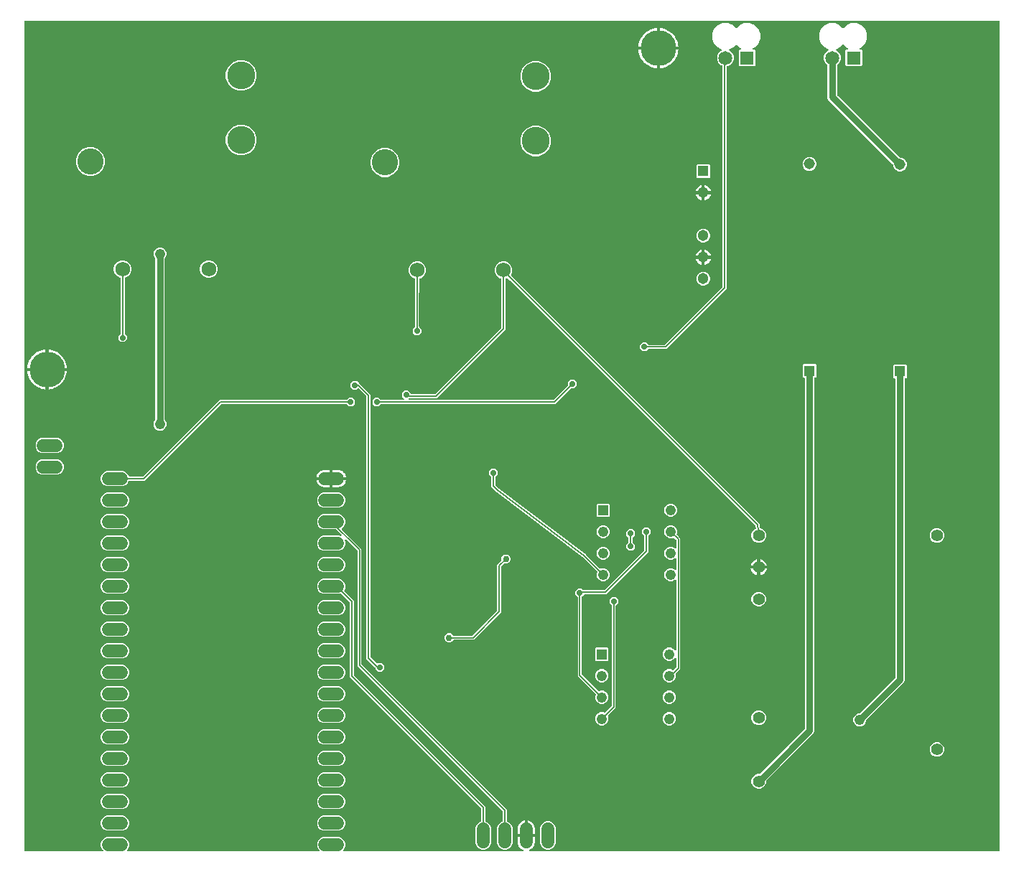
<source format=gbr>
G04 EAGLE Gerber RS-274X export*
G75*
%MOMM*%
%FSLAX34Y34*%
%LPD*%
%INBottom Copper*%
%IPPOS*%
%AMOC8*
5,1,8,0,0,1.08239X$1,22.5*%
G01*
%ADD10R,1.308000X1.308000*%
%ADD11C,1.308000*%
%ADD12C,1.524000*%
%ADD13R,1.238000X1.238000*%
%ADD14C,1.238000*%
%ADD15R,1.650000X1.650000*%
%ADD16C,1.650000*%
%ADD17C,1.755000*%
%ADD18C,3.090000*%
%ADD19C,3.285000*%
%ADD20C,1.408000*%
%ADD21R,1.303000X1.303000*%
%ADD22C,1.303000*%
%ADD23C,4.216000*%
%ADD24C,0.180000*%
%ADD25C,0.706400*%
%ADD26C,0.756400*%
%ADD27C,0.800000*%
%ADD28C,1.212800*%

G36*
X102265Y10168D02*
X102265Y10168D01*
X102315Y10166D01*
X102396Y10188D01*
X102480Y10201D01*
X102525Y10222D01*
X102573Y10235D01*
X102645Y10280D01*
X102721Y10316D01*
X102758Y10350D01*
X102800Y10376D01*
X102855Y10440D01*
X102918Y10498D01*
X102943Y10541D01*
X102975Y10579D01*
X103009Y10656D01*
X103052Y10729D01*
X103063Y10778D01*
X103083Y10823D01*
X103093Y10907D01*
X103112Y10990D01*
X103109Y11039D01*
X103114Y11089D01*
X103099Y11172D01*
X103093Y11257D01*
X103075Y11303D01*
X103066Y11352D01*
X103027Y11427D01*
X102997Y11506D01*
X102966Y11545D01*
X102943Y11589D01*
X102852Y11696D01*
X101627Y12920D01*
X100235Y16281D01*
X100235Y19919D01*
X101627Y23280D01*
X104200Y25853D01*
X107561Y27245D01*
X126439Y27245D01*
X129800Y25853D01*
X132373Y23280D01*
X133765Y19919D01*
X133765Y16281D01*
X132373Y12920D01*
X131148Y11696D01*
X131119Y11656D01*
X131082Y11622D01*
X131040Y11549D01*
X130990Y11481D01*
X130973Y11434D01*
X130948Y11391D01*
X130929Y11308D01*
X130901Y11228D01*
X130899Y11179D01*
X130888Y11130D01*
X130894Y11046D01*
X130891Y10961D01*
X130903Y10913D01*
X130907Y10863D01*
X130937Y10784D01*
X130959Y10703D01*
X130985Y10660D01*
X131003Y10614D01*
X131056Y10547D01*
X131101Y10476D01*
X131138Y10443D01*
X131169Y10404D01*
X131239Y10356D01*
X131303Y10300D01*
X131348Y10280D01*
X131389Y10252D01*
X131470Y10227D01*
X131548Y10192D01*
X131597Y10187D01*
X131644Y10172D01*
X131784Y10161D01*
X357216Y10161D01*
X357265Y10168D01*
X357315Y10166D01*
X357396Y10188D01*
X357480Y10201D01*
X357525Y10222D01*
X357573Y10235D01*
X357645Y10280D01*
X357721Y10316D01*
X357758Y10350D01*
X357800Y10376D01*
X357855Y10440D01*
X357918Y10498D01*
X357943Y10541D01*
X357975Y10579D01*
X358009Y10656D01*
X358052Y10729D01*
X358063Y10778D01*
X358083Y10823D01*
X358093Y10907D01*
X358112Y10990D01*
X358109Y11039D01*
X358114Y11089D01*
X358099Y11172D01*
X358093Y11257D01*
X358075Y11303D01*
X358066Y11352D01*
X358027Y11427D01*
X357997Y11506D01*
X357966Y11545D01*
X357943Y11589D01*
X357852Y11696D01*
X356627Y12920D01*
X355235Y16281D01*
X355235Y19919D01*
X356627Y23280D01*
X359200Y25853D01*
X362561Y27245D01*
X381439Y27245D01*
X384800Y25853D01*
X387373Y23280D01*
X388765Y19919D01*
X388765Y16281D01*
X387373Y12920D01*
X386148Y11696D01*
X386119Y11656D01*
X386082Y11622D01*
X386040Y11549D01*
X385990Y11481D01*
X385973Y11434D01*
X385948Y11391D01*
X385929Y11308D01*
X385901Y11228D01*
X385899Y11179D01*
X385888Y11130D01*
X385894Y11046D01*
X385891Y10961D01*
X385903Y10913D01*
X385907Y10863D01*
X385937Y10784D01*
X385959Y10703D01*
X385985Y10660D01*
X386003Y10614D01*
X386056Y10547D01*
X386101Y10476D01*
X386138Y10443D01*
X386169Y10404D01*
X386239Y10356D01*
X386303Y10300D01*
X386348Y10280D01*
X386389Y10252D01*
X386470Y10227D01*
X386548Y10192D01*
X386597Y10187D01*
X386644Y10172D01*
X386784Y10161D01*
X597496Y10161D01*
X597552Y10169D01*
X597609Y10168D01*
X597684Y10189D01*
X597761Y10201D01*
X597812Y10225D01*
X597867Y10241D01*
X597932Y10283D01*
X598002Y10316D01*
X598044Y10355D01*
X598091Y10386D01*
X598141Y10445D01*
X598198Y10498D01*
X598227Y10547D01*
X598263Y10590D01*
X598293Y10662D01*
X598332Y10729D01*
X598345Y10785D01*
X598367Y10837D01*
X598375Y10914D01*
X598393Y10990D01*
X598389Y11046D01*
X598394Y11103D01*
X598379Y11179D01*
X598374Y11257D01*
X598353Y11310D01*
X598342Y11365D01*
X598305Y11433D01*
X598277Y11506D01*
X598242Y11551D01*
X598215Y11601D01*
X598159Y11655D01*
X598111Y11716D01*
X598065Y11748D01*
X598024Y11788D01*
X597904Y11861D01*
X596474Y12590D01*
X595181Y13530D01*
X594050Y14661D01*
X593110Y15955D01*
X592384Y17380D01*
X591889Y18901D01*
X591639Y20480D01*
X591639Y27101D01*
X600900Y27101D01*
X600998Y27116D01*
X601097Y27123D01*
X601129Y27135D01*
X601164Y27141D01*
X601254Y27183D01*
X601346Y27219D01*
X601374Y27241D01*
X601405Y27256D01*
X601478Y27324D01*
X601556Y27385D01*
X601576Y27414D01*
X601602Y27438D01*
X601652Y27524D01*
X601708Y27605D01*
X601718Y27639D01*
X601736Y27669D01*
X601758Y27766D01*
X601788Y27860D01*
X601792Y27912D01*
X601796Y27930D01*
X601795Y27948D01*
X601799Y28000D01*
X601799Y28901D01*
X601801Y28901D01*
X601801Y28000D01*
X601816Y27902D01*
X601823Y27803D01*
X601835Y27770D01*
X601841Y27736D01*
X601884Y27646D01*
X601919Y27554D01*
X601941Y27526D01*
X601956Y27494D01*
X602024Y27422D01*
X602085Y27344D01*
X602114Y27324D01*
X602138Y27298D01*
X602224Y27248D01*
X602305Y27192D01*
X602339Y27182D01*
X602369Y27164D01*
X602466Y27142D01*
X602560Y27112D01*
X602612Y27108D01*
X602630Y27104D01*
X602648Y27105D01*
X602700Y27101D01*
X611961Y27101D01*
X611961Y20480D01*
X611711Y18901D01*
X611216Y17380D01*
X610490Y15955D01*
X609550Y14661D01*
X608419Y13530D01*
X607126Y12590D01*
X605696Y11861D01*
X605649Y11828D01*
X605598Y11804D01*
X605541Y11751D01*
X605478Y11706D01*
X605444Y11661D01*
X605402Y11622D01*
X605363Y11555D01*
X605316Y11493D01*
X605296Y11440D01*
X605268Y11391D01*
X605250Y11315D01*
X605223Y11242D01*
X605220Y11185D01*
X605207Y11130D01*
X605213Y11053D01*
X605209Y10975D01*
X605222Y10920D01*
X605226Y10863D01*
X605254Y10791D01*
X605273Y10715D01*
X605302Y10667D01*
X605323Y10614D01*
X605371Y10553D01*
X605411Y10486D01*
X605453Y10449D01*
X605489Y10404D01*
X605553Y10360D01*
X605611Y10308D01*
X605662Y10284D01*
X605709Y10252D01*
X605783Y10229D01*
X605854Y10196D01*
X605910Y10189D01*
X605964Y10172D01*
X606104Y10161D01*
X1158940Y10161D01*
X1159038Y10175D01*
X1159137Y10183D01*
X1159170Y10195D01*
X1159205Y10201D01*
X1159294Y10243D01*
X1159386Y10279D01*
X1159414Y10301D01*
X1159446Y10316D01*
X1159518Y10384D01*
X1159596Y10445D01*
X1159616Y10474D01*
X1159642Y10498D01*
X1159692Y10584D01*
X1159748Y10665D01*
X1159759Y10699D01*
X1159776Y10729D01*
X1159799Y10826D01*
X1159828Y10920D01*
X1159832Y10972D01*
X1159837Y10990D01*
X1159835Y11008D01*
X1159839Y11060D01*
X1159839Y988940D01*
X1159825Y989038D01*
X1159817Y989137D01*
X1159805Y989170D01*
X1159799Y989205D01*
X1159757Y989294D01*
X1159721Y989386D01*
X1159699Y989414D01*
X1159684Y989446D01*
X1159616Y989518D01*
X1159555Y989596D01*
X1159526Y989616D01*
X1159502Y989642D01*
X1159416Y989692D01*
X1159335Y989748D01*
X1159301Y989759D01*
X1159271Y989776D01*
X1159174Y989799D01*
X1159080Y989828D01*
X1159028Y989832D01*
X1159010Y989837D01*
X1158992Y989835D01*
X1158940Y989839D01*
X11060Y989839D01*
X10962Y989825D01*
X10863Y989817D01*
X10830Y989805D01*
X10795Y989799D01*
X10706Y989757D01*
X10614Y989721D01*
X10586Y989699D01*
X10554Y989684D01*
X10482Y989616D01*
X10404Y989555D01*
X10384Y989526D01*
X10358Y989502D01*
X10308Y989416D01*
X10252Y989335D01*
X10241Y989301D01*
X10224Y989271D01*
X10201Y989174D01*
X10172Y989080D01*
X10168Y989028D01*
X10163Y989010D01*
X10165Y988992D01*
X10161Y988940D01*
X10161Y11060D01*
X10175Y10962D01*
X10183Y10863D01*
X10195Y10830D01*
X10201Y10795D01*
X10243Y10706D01*
X10279Y10614D01*
X10301Y10586D01*
X10316Y10554D01*
X10384Y10482D01*
X10445Y10404D01*
X10474Y10384D01*
X10498Y10358D01*
X10584Y10308D01*
X10665Y10252D01*
X10699Y10241D01*
X10729Y10224D01*
X10826Y10201D01*
X10920Y10172D01*
X10972Y10168D01*
X10990Y10163D01*
X11008Y10165D01*
X11060Y10161D01*
X102216Y10161D01*
X102265Y10168D01*
G37*
%LPC*%
G36*
X874296Y84135D02*
X874296Y84135D01*
X871148Y85439D01*
X868739Y87848D01*
X867435Y90996D01*
X867435Y94404D01*
X868739Y97552D01*
X871148Y99961D01*
X874296Y101265D01*
X876379Y101265D01*
X876394Y101267D01*
X876408Y101265D01*
X876526Y101287D01*
X876644Y101305D01*
X876657Y101311D01*
X876671Y101313D01*
X876777Y101369D01*
X876885Y101420D01*
X876895Y101430D01*
X876908Y101437D01*
X877015Y101528D01*
X930112Y154625D01*
X930121Y154637D01*
X930132Y154646D01*
X930199Y154743D01*
X930271Y154840D01*
X930276Y154854D01*
X930284Y154866D01*
X930320Y154980D01*
X930359Y155093D01*
X930360Y155107D01*
X930364Y155121D01*
X930375Y155261D01*
X930375Y567936D01*
X930361Y568034D01*
X930353Y568133D01*
X930341Y568166D01*
X930335Y568201D01*
X930293Y568290D01*
X930257Y568382D01*
X930235Y568410D01*
X930220Y568442D01*
X930152Y568514D01*
X930091Y568592D01*
X930062Y568612D01*
X930038Y568638D01*
X929952Y568688D01*
X929871Y568744D01*
X929837Y568755D01*
X929807Y568772D01*
X929710Y568795D01*
X929616Y568824D01*
X929564Y568828D01*
X929546Y568833D01*
X929528Y568831D01*
X929476Y568835D01*
X928728Y568835D01*
X927835Y569728D01*
X927835Y584072D01*
X928728Y584965D01*
X943072Y584965D01*
X943965Y584072D01*
X943965Y569728D01*
X943072Y568835D01*
X942324Y568835D01*
X942226Y568821D01*
X942127Y568813D01*
X942094Y568801D01*
X942059Y568795D01*
X941970Y568753D01*
X941878Y568717D01*
X941850Y568695D01*
X941818Y568680D01*
X941746Y568612D01*
X941668Y568551D01*
X941648Y568522D01*
X941622Y568498D01*
X941572Y568412D01*
X941516Y568331D01*
X941505Y568297D01*
X941488Y568267D01*
X941465Y568170D01*
X941436Y568076D01*
X941432Y568024D01*
X941427Y568006D01*
X941429Y567988D01*
X941425Y567936D01*
X941425Y151501D01*
X940584Y149471D01*
X884828Y93715D01*
X884819Y93703D01*
X884808Y93694D01*
X884740Y93596D01*
X884669Y93500D01*
X884664Y93486D01*
X884656Y93474D01*
X884620Y93360D01*
X884581Y93247D01*
X884580Y93233D01*
X884576Y93219D01*
X884565Y93079D01*
X884565Y90996D01*
X883261Y87848D01*
X880852Y85439D01*
X877704Y84135D01*
X874296Y84135D01*
G37*
%LPD*%
%LPC*%
G36*
X993491Y157411D02*
X993491Y157411D01*
X990701Y158567D01*
X988567Y160701D01*
X987411Y163491D01*
X987411Y166509D01*
X988567Y169299D01*
X990701Y171433D01*
X993491Y172589D01*
X994403Y172589D01*
X994418Y172591D01*
X994432Y172589D01*
X994550Y172611D01*
X994668Y172629D01*
X994681Y172635D01*
X994695Y172637D01*
X994801Y172693D01*
X994909Y172744D01*
X994919Y172754D01*
X994932Y172761D01*
X995039Y172852D01*
X1036612Y214425D01*
X1036621Y214437D01*
X1036632Y214446D01*
X1036700Y214544D01*
X1036771Y214640D01*
X1036776Y214654D01*
X1036784Y214666D01*
X1036820Y214780D01*
X1036859Y214893D01*
X1036860Y214907D01*
X1036864Y214921D01*
X1036875Y215061D01*
X1036875Y567336D01*
X1036861Y567434D01*
X1036853Y567533D01*
X1036841Y567566D01*
X1036835Y567601D01*
X1036793Y567690D01*
X1036757Y567782D01*
X1036735Y567810D01*
X1036720Y567842D01*
X1036652Y567914D01*
X1036591Y567992D01*
X1036562Y568012D01*
X1036538Y568038D01*
X1036452Y568088D01*
X1036371Y568144D01*
X1036337Y568155D01*
X1036307Y568172D01*
X1036210Y568195D01*
X1036116Y568224D01*
X1036064Y568228D01*
X1036046Y568233D01*
X1036028Y568231D01*
X1035976Y568235D01*
X1035228Y568235D01*
X1034335Y569128D01*
X1034335Y583472D01*
X1035228Y584365D01*
X1049572Y584365D01*
X1050465Y583472D01*
X1050465Y569128D01*
X1049572Y568235D01*
X1048824Y568235D01*
X1048726Y568221D01*
X1048627Y568213D01*
X1048594Y568201D01*
X1048559Y568195D01*
X1048470Y568153D01*
X1048378Y568117D01*
X1048350Y568095D01*
X1048318Y568080D01*
X1048246Y568012D01*
X1048168Y567951D01*
X1048148Y567922D01*
X1048122Y567898D01*
X1048072Y567812D01*
X1048016Y567731D01*
X1048005Y567697D01*
X1047988Y567667D01*
X1047965Y567570D01*
X1047936Y567476D01*
X1047932Y567424D01*
X1047927Y567406D01*
X1047929Y567388D01*
X1047925Y567336D01*
X1047925Y211301D01*
X1047084Y209271D01*
X1002852Y165039D01*
X1002843Y165027D01*
X1002832Y165018D01*
X1002764Y164920D01*
X1002693Y164824D01*
X1002688Y164810D01*
X1002680Y164798D01*
X1002644Y164684D01*
X1002605Y164571D01*
X1002604Y164557D01*
X1002600Y164543D01*
X1002589Y164403D01*
X1002589Y163491D01*
X1001433Y160701D01*
X999299Y158567D01*
X996509Y157411D01*
X993491Y157411D01*
G37*
%LPD*%
%LPC*%
G36*
X874296Y374135D02*
X874296Y374135D01*
X871148Y375439D01*
X868739Y377848D01*
X867435Y380996D01*
X867435Y384404D01*
X868739Y387552D01*
X871148Y389961D01*
X872126Y390366D01*
X872215Y390419D01*
X872306Y390466D01*
X872329Y390488D01*
X872356Y390504D01*
X872424Y390581D01*
X872498Y390652D01*
X872513Y390680D01*
X872534Y390703D01*
X872577Y390797D01*
X872626Y390887D01*
X872633Y390917D01*
X872646Y390946D01*
X872660Y391048D01*
X872680Y391149D01*
X872679Y391194D01*
X872681Y391211D01*
X872678Y391230D01*
X872677Y391289D01*
X872434Y393648D01*
X872408Y393747D01*
X872390Y393848D01*
X872375Y393877D01*
X872367Y393907D01*
X872313Y393994D01*
X872266Y394085D01*
X872236Y394121D01*
X872227Y394135D01*
X872213Y394148D01*
X872175Y394192D01*
X580315Y686052D01*
X580269Y686086D01*
X580230Y686127D01*
X580162Y686165D01*
X580100Y686211D01*
X580046Y686230D01*
X579996Y686258D01*
X579920Y686274D01*
X579847Y686300D01*
X579790Y686302D01*
X579735Y686314D01*
X579657Y686307D01*
X579580Y686310D01*
X579525Y686296D01*
X579468Y686291D01*
X579335Y686247D01*
X577878Y685644D01*
X577829Y685614D01*
X577776Y685594D01*
X577715Y685546D01*
X577649Y685506D01*
X577611Y685463D01*
X577566Y685428D01*
X577522Y685364D01*
X577470Y685306D01*
X577446Y685255D01*
X577414Y685208D01*
X577391Y685134D01*
X577358Y685064D01*
X577351Y685007D01*
X577334Y684953D01*
X577323Y684813D01*
X577323Y625650D01*
X496004Y544331D01*
X463909Y544331D01*
X463895Y544329D01*
X463880Y544331D01*
X463763Y544309D01*
X463645Y544291D01*
X463631Y544285D01*
X463617Y544283D01*
X463511Y544227D01*
X463403Y544176D01*
X463393Y544166D01*
X463380Y544159D01*
X463273Y544068D01*
X463165Y543960D01*
X463136Y543920D01*
X463099Y543886D01*
X463057Y543813D01*
X463006Y543745D01*
X462990Y543698D01*
X462965Y543655D01*
X462946Y543572D01*
X462918Y543492D01*
X462916Y543443D01*
X462904Y543394D01*
X462910Y543310D01*
X462907Y543225D01*
X462920Y543177D01*
X462924Y543127D01*
X462954Y543049D01*
X462976Y542967D01*
X463002Y542924D01*
X463020Y542878D01*
X463073Y542812D01*
X463117Y542740D01*
X463155Y542707D01*
X463186Y542668D01*
X463255Y542620D01*
X463319Y542565D01*
X463365Y542544D01*
X463406Y542516D01*
X463487Y542491D01*
X463564Y542456D01*
X463614Y542451D01*
X463661Y542436D01*
X463801Y542425D01*
X633399Y542425D01*
X633414Y542427D01*
X633428Y542425D01*
X633546Y542447D01*
X633664Y542465D01*
X633677Y542471D01*
X633691Y542473D01*
X633797Y542529D01*
X633905Y542580D01*
X633915Y542590D01*
X633928Y542597D01*
X634035Y542688D01*
X651184Y559837D01*
X651193Y559849D01*
X651204Y559858D01*
X651272Y559956D01*
X651343Y560052D01*
X651348Y560066D01*
X651356Y560078D01*
X651392Y560192D01*
X651431Y560305D01*
X651432Y560319D01*
X651436Y560333D01*
X651444Y560428D01*
X651445Y560432D01*
X651444Y560435D01*
X651447Y560473D01*
X651447Y563823D01*
X654409Y566785D01*
X658599Y566785D01*
X661561Y563823D01*
X661561Y559633D01*
X658599Y556671D01*
X655249Y556671D01*
X655234Y556669D01*
X655220Y556671D01*
X655102Y556649D01*
X654984Y556631D01*
X654971Y556625D01*
X654957Y556623D01*
X654851Y556567D01*
X654743Y556516D01*
X654733Y556506D01*
X654720Y556499D01*
X654613Y556408D01*
X635780Y537575D01*
X430925Y537575D01*
X430911Y537573D01*
X430896Y537575D01*
X430779Y537553D01*
X430661Y537535D01*
X430647Y537529D01*
X430633Y537527D01*
X430527Y537471D01*
X430419Y537420D01*
X430409Y537410D01*
X430396Y537403D01*
X430289Y537312D01*
X427921Y534943D01*
X423731Y534943D01*
X420769Y537905D01*
X420769Y542095D01*
X423731Y545057D01*
X427921Y545057D01*
X430289Y542688D01*
X430301Y542679D01*
X430310Y542668D01*
X430408Y542600D01*
X430504Y542529D01*
X430518Y542524D01*
X430530Y542516D01*
X430644Y542480D01*
X430757Y542441D01*
X430771Y542440D01*
X430785Y542436D01*
X430925Y542425D01*
X457059Y542425D01*
X457108Y542432D01*
X457158Y542430D01*
X457240Y542452D01*
X457324Y542465D01*
X457368Y542486D01*
X457416Y542499D01*
X457488Y542544D01*
X457565Y542580D01*
X457601Y542614D01*
X457643Y542640D01*
X457699Y542704D01*
X457761Y542762D01*
X457786Y542805D01*
X457819Y542843D01*
X457853Y542920D01*
X457895Y542993D01*
X457906Y543042D01*
X457927Y543087D01*
X457936Y543171D01*
X457956Y543254D01*
X457952Y543303D01*
X457958Y543353D01*
X457943Y543436D01*
X457936Y543521D01*
X457919Y543567D01*
X457910Y543616D01*
X457870Y543691D01*
X457840Y543770D01*
X457809Y543809D01*
X457786Y543853D01*
X457695Y543960D01*
X455373Y546281D01*
X455373Y550471D01*
X458335Y553433D01*
X462525Y553433D01*
X465487Y550471D01*
X465487Y550080D01*
X465501Y549982D01*
X465509Y549883D01*
X465521Y549850D01*
X465527Y549815D01*
X465569Y549726D01*
X465605Y549634D01*
X465627Y549606D01*
X465642Y549574D01*
X465710Y549502D01*
X465771Y549424D01*
X465800Y549404D01*
X465824Y549378D01*
X465910Y549328D01*
X465991Y549272D01*
X466025Y549261D01*
X466055Y549244D01*
X466152Y549221D01*
X466246Y549192D01*
X466298Y549188D01*
X466316Y549183D01*
X466334Y549185D01*
X466386Y549181D01*
X493623Y549181D01*
X493638Y549183D01*
X493652Y549181D01*
X493770Y549203D01*
X493888Y549221D01*
X493901Y549227D01*
X493915Y549229D01*
X494021Y549285D01*
X494129Y549336D01*
X494139Y549346D01*
X494152Y549353D01*
X494259Y549444D01*
X572210Y627395D01*
X572219Y627407D01*
X572230Y627416D01*
X572298Y627514D01*
X572369Y627610D01*
X572374Y627624D01*
X572382Y627636D01*
X572418Y627750D01*
X572457Y627863D01*
X572458Y627877D01*
X572462Y627891D01*
X572473Y628031D01*
X572473Y684897D01*
X572465Y684954D01*
X572466Y685011D01*
X572445Y685085D01*
X572433Y685162D01*
X572409Y685213D01*
X572393Y685268D01*
X572351Y685333D01*
X572318Y685403D01*
X572279Y685445D01*
X572248Y685493D01*
X572189Y685542D01*
X572136Y685599D01*
X572087Y685628D01*
X572043Y685665D01*
X571918Y685728D01*
X569166Y686868D01*
X566268Y689766D01*
X564700Y693551D01*
X564700Y697649D01*
X566268Y701434D01*
X569166Y704332D01*
X572951Y705900D01*
X577049Y705900D01*
X580834Y704332D01*
X583732Y701434D01*
X585300Y697649D01*
X585300Y693551D01*
X583882Y690128D01*
X583868Y690073D01*
X583845Y690021D01*
X583836Y689944D01*
X583817Y689869D01*
X583821Y689812D01*
X583814Y689755D01*
X583828Y689679D01*
X583832Y689602D01*
X583852Y689548D01*
X583862Y689492D01*
X583898Y689423D01*
X583925Y689351D01*
X583959Y689305D01*
X583986Y689255D01*
X584077Y689148D01*
X876318Y396907D01*
X876334Y396895D01*
X876387Y396845D01*
X877058Y396299D01*
X877059Y396295D01*
X877074Y396267D01*
X877082Y396236D01*
X877135Y396149D01*
X877149Y396122D01*
X877149Y395243D01*
X877152Y395223D01*
X877154Y395150D01*
X877493Y391863D01*
X877495Y391852D01*
X877495Y391842D01*
X877529Y391722D01*
X877560Y391604D01*
X877565Y391595D01*
X877568Y391584D01*
X877635Y391480D01*
X877699Y391376D01*
X877707Y391369D01*
X877713Y391360D01*
X877808Y391280D01*
X877900Y391199D01*
X877910Y391195D01*
X877918Y391188D01*
X878043Y391124D01*
X880852Y389961D01*
X883261Y387552D01*
X884565Y384404D01*
X884565Y380996D01*
X883261Y377848D01*
X880852Y375439D01*
X877704Y374135D01*
X874296Y374135D01*
G37*
%LPD*%
%LPC*%
G36*
X739157Y599981D02*
X739157Y599981D01*
X736195Y602943D01*
X736195Y607133D01*
X739157Y610095D01*
X743347Y610095D01*
X745715Y607726D01*
X745727Y607717D01*
X745736Y607706D01*
X745834Y607638D01*
X745930Y607567D01*
X745944Y607562D01*
X745956Y607554D01*
X746070Y607518D01*
X746183Y607479D01*
X746197Y607478D01*
X746211Y607474D01*
X746351Y607463D01*
X764875Y607463D01*
X764890Y607465D01*
X764904Y607463D01*
X765022Y607485D01*
X765140Y607503D01*
X765153Y607509D01*
X765167Y607511D01*
X765273Y607567D01*
X765381Y607618D01*
X765391Y607628D01*
X765404Y607635D01*
X765511Y607726D01*
X833298Y675513D01*
X833307Y675525D01*
X833318Y675534D01*
X833386Y675632D01*
X833457Y675728D01*
X833462Y675742D01*
X833470Y675754D01*
X833506Y675868D01*
X833545Y675981D01*
X833546Y675995D01*
X833550Y676009D01*
X833561Y676149D01*
X833561Y936078D01*
X833553Y936134D01*
X833554Y936191D01*
X833533Y936266D01*
X833521Y936342D01*
X833497Y936394D01*
X833481Y936448D01*
X833439Y936513D01*
X833406Y936583D01*
X833367Y936625D01*
X833336Y936673D01*
X833277Y936723D01*
X833224Y936780D01*
X833175Y936808D01*
X833131Y936845D01*
X833006Y936909D01*
X831063Y937713D01*
X828313Y940463D01*
X826825Y944056D01*
X826825Y947944D01*
X828313Y951537D01*
X831063Y954287D01*
X832022Y954684D01*
X832064Y954709D01*
X832111Y954727D01*
X832178Y954778D01*
X832251Y954822D01*
X832284Y954859D01*
X832324Y954889D01*
X832373Y954958D01*
X832429Y955021D01*
X832450Y955066D01*
X832479Y955107D01*
X832506Y955187D01*
X832541Y955264D01*
X832548Y955313D01*
X832564Y955360D01*
X832566Y955445D01*
X832577Y955529D01*
X832569Y955578D01*
X832570Y955628D01*
X832547Y955709D01*
X832533Y955793D01*
X832510Y955837D01*
X832497Y955885D01*
X832451Y955956D01*
X832413Y956032D01*
X832379Y956068D01*
X832352Y956110D01*
X832287Y956164D01*
X832228Y956225D01*
X832185Y956250D01*
X832147Y956282D01*
X832022Y956345D01*
X827729Y958123D01*
X823323Y962529D01*
X820939Y968285D01*
X820939Y974515D01*
X823323Y980271D01*
X827729Y984677D01*
X833485Y987061D01*
X839715Y987061D01*
X845471Y984677D01*
X848664Y981483D01*
X848744Y981425D01*
X848819Y981360D01*
X848851Y981346D01*
X848879Y981325D01*
X848973Y981292D01*
X849063Y981252D01*
X849098Y981248D01*
X849132Y981236D01*
X849231Y981232D01*
X849329Y981221D01*
X849364Y981227D01*
X849399Y981226D01*
X849495Y981251D01*
X849592Y981269D01*
X849623Y981285D01*
X849657Y981294D01*
X849741Y981347D01*
X849829Y981392D01*
X849869Y981426D01*
X849884Y981436D01*
X849896Y981450D01*
X849936Y981483D01*
X853129Y984677D01*
X858885Y987061D01*
X865115Y987061D01*
X870871Y984677D01*
X875277Y980271D01*
X877661Y974515D01*
X877661Y968285D01*
X875277Y962529D01*
X870871Y958123D01*
X869377Y957505D01*
X869299Y957457D01*
X869216Y957418D01*
X869185Y957389D01*
X869148Y957367D01*
X869087Y957298D01*
X869020Y957236D01*
X868998Y957199D01*
X868970Y957168D01*
X868931Y957084D01*
X868885Y957005D01*
X868876Y956963D01*
X868858Y956925D01*
X868846Y956833D01*
X868825Y956744D01*
X868828Y956702D01*
X868822Y956660D01*
X868838Y956569D01*
X868844Y956477D01*
X868859Y956438D01*
X868866Y956396D01*
X868908Y956313D01*
X868941Y956228D01*
X868967Y956195D01*
X868986Y956157D01*
X869050Y956090D01*
X869106Y956018D01*
X869141Y955994D01*
X869171Y955963D01*
X869251Y955918D01*
X869327Y955866D01*
X869367Y955853D01*
X869404Y955833D01*
X869494Y955813D01*
X869582Y955786D01*
X869646Y955781D01*
X869666Y955776D01*
X869682Y955778D01*
X869722Y955775D01*
X870882Y955775D01*
X871775Y954882D01*
X871775Y937118D01*
X870882Y936225D01*
X853118Y936225D01*
X852225Y937118D01*
X852225Y954882D01*
X853118Y955775D01*
X854278Y955775D01*
X854369Y955788D01*
X854461Y955793D01*
X854501Y955808D01*
X854543Y955815D01*
X854626Y955854D01*
X854712Y955886D01*
X854746Y955912D01*
X854784Y955930D01*
X854851Y955993D01*
X854924Y956048D01*
X854949Y956083D01*
X854980Y956112D01*
X855026Y956191D01*
X855080Y956266D01*
X855093Y956307D01*
X855115Y956343D01*
X855135Y956433D01*
X855164Y956520D01*
X855165Y956562D01*
X855175Y956604D01*
X855168Y956695D01*
X855171Y956787D01*
X855159Y956828D01*
X855156Y956871D01*
X855123Y956956D01*
X855098Y957045D01*
X855075Y957080D01*
X855059Y957120D01*
X855002Y957192D01*
X854952Y957269D01*
X854920Y957297D01*
X854894Y957330D01*
X854818Y957382D01*
X854748Y957441D01*
X854690Y957471D01*
X854673Y957482D01*
X854658Y957487D01*
X854623Y957505D01*
X853129Y958123D01*
X849936Y961317D01*
X849930Y961321D01*
X849928Y961324D01*
X849899Y961344D01*
X849856Y961375D01*
X849781Y961440D01*
X849749Y961454D01*
X849721Y961475D01*
X849627Y961508D01*
X849537Y961548D01*
X849502Y961552D01*
X849468Y961564D01*
X849370Y961568D01*
X849271Y961579D01*
X849236Y961573D01*
X849201Y961574D01*
X849106Y961549D01*
X849008Y961531D01*
X848977Y961515D01*
X848943Y961506D01*
X848859Y961453D01*
X848771Y961408D01*
X848731Y961374D01*
X848716Y961364D01*
X848704Y961350D01*
X848664Y961317D01*
X845471Y958123D01*
X841178Y956345D01*
X841136Y956320D01*
X841089Y956302D01*
X841022Y956251D01*
X840949Y956207D01*
X840916Y956170D01*
X840876Y956140D01*
X840827Y956071D01*
X840771Y956008D01*
X840750Y955963D01*
X840721Y955922D01*
X840694Y955842D01*
X840659Y955765D01*
X840652Y955716D01*
X840636Y955669D01*
X840634Y955584D01*
X840623Y955500D01*
X840631Y955451D01*
X840630Y955401D01*
X840653Y955320D01*
X840667Y955236D01*
X840690Y955192D01*
X840703Y955144D01*
X840749Y955073D01*
X840787Y954997D01*
X840821Y954961D01*
X840848Y954919D01*
X840913Y954865D01*
X840972Y954804D01*
X841015Y954779D01*
X841053Y954747D01*
X841178Y954684D01*
X842137Y954287D01*
X844887Y951537D01*
X846375Y947944D01*
X846375Y944056D01*
X844887Y940463D01*
X842137Y937713D01*
X838966Y936400D01*
X838917Y936370D01*
X838864Y936350D01*
X838803Y936302D01*
X838737Y936262D01*
X838699Y936219D01*
X838654Y936184D01*
X838610Y936120D01*
X838558Y936063D01*
X838534Y936011D01*
X838502Y935964D01*
X838479Y935890D01*
X838446Y935820D01*
X838439Y935763D01*
X838422Y935709D01*
X838411Y935569D01*
X838411Y673768D01*
X767256Y602613D01*
X746351Y602613D01*
X746337Y602611D01*
X746322Y602613D01*
X746205Y602591D01*
X746087Y602573D01*
X746073Y602567D01*
X746059Y602565D01*
X745953Y602509D01*
X745845Y602458D01*
X745835Y602448D01*
X745822Y602441D01*
X745715Y602350D01*
X743347Y599981D01*
X739157Y599981D01*
G37*
%LPD*%
%LPC*%
G36*
X1040796Y812235D02*
X1040796Y812235D01*
X1037832Y813463D01*
X1035563Y815732D01*
X1034335Y818696D01*
X1034335Y820179D01*
X1034333Y820194D01*
X1034335Y820208D01*
X1034313Y820326D01*
X1034295Y820444D01*
X1034289Y820457D01*
X1034287Y820471D01*
X1034231Y820577D01*
X1034180Y820685D01*
X1034170Y820695D01*
X1034163Y820708D01*
X1034072Y820815D01*
X958016Y896871D01*
X957175Y898901D01*
X957175Y937329D01*
X957173Y937343D01*
X957175Y937358D01*
X957155Y937467D01*
X957153Y937484D01*
X957151Y937491D01*
X957135Y937593D01*
X957129Y937606D01*
X957127Y937621D01*
X957071Y937727D01*
X957020Y937834D01*
X957010Y937845D01*
X957003Y937858D01*
X956912Y937965D01*
X954413Y940463D01*
X952925Y944056D01*
X952925Y947944D01*
X954413Y951537D01*
X957163Y954287D01*
X958122Y954684D01*
X958164Y954709D01*
X958211Y954727D01*
X958278Y954778D01*
X958351Y954822D01*
X958384Y954859D01*
X958424Y954889D01*
X958473Y954958D01*
X958529Y955021D01*
X958550Y955066D01*
X958579Y955107D01*
X958606Y955187D01*
X958641Y955264D01*
X958648Y955313D01*
X958664Y955360D01*
X958665Y955445D01*
X958677Y955529D01*
X958669Y955578D01*
X958670Y955628D01*
X958647Y955709D01*
X958633Y955793D01*
X958610Y955837D01*
X958597Y955885D01*
X958551Y955956D01*
X958513Y956032D01*
X958479Y956068D01*
X958452Y956110D01*
X958387Y956164D01*
X958328Y956225D01*
X958285Y956250D01*
X958247Y956282D01*
X958122Y956345D01*
X953829Y958123D01*
X949423Y962529D01*
X947039Y968285D01*
X947039Y974515D01*
X949423Y980271D01*
X953829Y984677D01*
X959585Y987061D01*
X965815Y987061D01*
X971571Y984677D01*
X974764Y981483D01*
X974844Y981425D01*
X974919Y981360D01*
X974951Y981346D01*
X974979Y981325D01*
X975073Y981292D01*
X975163Y981252D01*
X975198Y981248D01*
X975232Y981236D01*
X975331Y981232D01*
X975429Y981221D01*
X975464Y981227D01*
X975499Y981226D01*
X975595Y981251D01*
X975692Y981269D01*
X975723Y981285D01*
X975757Y981294D01*
X975841Y981347D01*
X975929Y981392D01*
X975969Y981426D01*
X975984Y981436D01*
X975996Y981450D01*
X976036Y981483D01*
X979229Y984677D01*
X984985Y987061D01*
X991215Y987061D01*
X996971Y984677D01*
X1001377Y980271D01*
X1003761Y974515D01*
X1003761Y968285D01*
X1001377Y962529D01*
X996971Y958123D01*
X995477Y957505D01*
X995399Y957457D01*
X995316Y957418D01*
X995285Y957389D01*
X995248Y957367D01*
X995187Y957299D01*
X995120Y957236D01*
X995098Y957199D01*
X995070Y957168D01*
X995031Y957084D01*
X994985Y957005D01*
X994976Y956963D01*
X994958Y956925D01*
X994946Y956833D01*
X994925Y956744D01*
X994928Y956702D01*
X994922Y956660D01*
X994938Y956569D01*
X994944Y956477D01*
X994959Y956438D01*
X994966Y956396D01*
X995008Y956313D01*
X995041Y956228D01*
X995067Y956195D01*
X995086Y956157D01*
X995150Y956090D01*
X995206Y956018D01*
X995241Y955994D01*
X995271Y955963D01*
X995351Y955918D01*
X995427Y955866D01*
X995467Y955853D01*
X995504Y955833D01*
X995594Y955813D01*
X995682Y955786D01*
X995746Y955781D01*
X995766Y955776D01*
X995782Y955778D01*
X995822Y955775D01*
X996982Y955775D01*
X997875Y954882D01*
X997875Y937118D01*
X996982Y936225D01*
X979218Y936225D01*
X978325Y937118D01*
X978325Y954882D01*
X979218Y955775D01*
X980378Y955775D01*
X980469Y955788D01*
X980561Y955793D01*
X980601Y955808D01*
X980643Y955815D01*
X980726Y955854D01*
X980812Y955886D01*
X980846Y955912D01*
X980884Y955930D01*
X980951Y955993D01*
X981024Y956048D01*
X981049Y956083D01*
X981080Y956112D01*
X981127Y956191D01*
X981180Y956266D01*
X981193Y956307D01*
X981215Y956343D01*
X981235Y956433D01*
X981264Y956520D01*
X981265Y956562D01*
X981275Y956604D01*
X981268Y956695D01*
X981271Y956787D01*
X981259Y956828D01*
X981256Y956871D01*
X981223Y956956D01*
X981198Y957045D01*
X981175Y957080D01*
X981159Y957120D01*
X981102Y957192D01*
X981052Y957269D01*
X981020Y957297D01*
X980994Y957330D01*
X980918Y957382D01*
X980848Y957441D01*
X980789Y957471D01*
X980773Y957482D01*
X980758Y957487D01*
X980723Y957505D01*
X979229Y958123D01*
X976036Y961317D01*
X976030Y961321D01*
X976028Y961324D01*
X975999Y961344D01*
X975956Y961375D01*
X975881Y961440D01*
X975849Y961454D01*
X975821Y961475D01*
X975727Y961508D01*
X975637Y961548D01*
X975602Y961552D01*
X975568Y961564D01*
X975470Y961568D01*
X975371Y961579D01*
X975336Y961573D01*
X975301Y961574D01*
X975206Y961549D01*
X975108Y961531D01*
X975077Y961515D01*
X975043Y961506D01*
X974959Y961453D01*
X974871Y961408D01*
X974831Y961374D01*
X974816Y961364D01*
X974804Y961350D01*
X974764Y961317D01*
X971571Y958123D01*
X967278Y956345D01*
X967236Y956320D01*
X967189Y956302D01*
X967122Y956251D01*
X967049Y956207D01*
X967016Y956170D01*
X966976Y956140D01*
X966927Y956071D01*
X966871Y956008D01*
X966850Y955963D01*
X966821Y955922D01*
X966794Y955842D01*
X966759Y955765D01*
X966752Y955716D01*
X966736Y955669D01*
X966735Y955584D01*
X966723Y955500D01*
X966731Y955451D01*
X966730Y955401D01*
X966753Y955320D01*
X966767Y955236D01*
X966790Y955192D01*
X966803Y955144D01*
X966849Y955073D01*
X966887Y954997D01*
X966921Y954961D01*
X966948Y954919D01*
X967013Y954865D01*
X967072Y954804D01*
X967115Y954779D01*
X967153Y954747D01*
X967278Y954684D01*
X968237Y954287D01*
X970987Y951537D01*
X972475Y947944D01*
X972475Y944056D01*
X970987Y940463D01*
X968488Y937965D01*
X968479Y937953D01*
X968468Y937944D01*
X968400Y937846D01*
X968329Y937749D01*
X968324Y937736D01*
X968316Y937724D01*
X968280Y937610D01*
X968241Y937497D01*
X968240Y937482D01*
X968236Y937469D01*
X968225Y937329D01*
X968225Y902661D01*
X968227Y902646D01*
X968225Y902632D01*
X968247Y902514D01*
X968265Y902396D01*
X968271Y902383D01*
X968273Y902369D01*
X968329Y902263D01*
X968380Y902155D01*
X968390Y902145D01*
X968397Y902132D01*
X968488Y902025D01*
X1041885Y828628D01*
X1041897Y828619D01*
X1041906Y828608D01*
X1042004Y828540D01*
X1042100Y828469D01*
X1042114Y828464D01*
X1042126Y828456D01*
X1042240Y828420D01*
X1042353Y828381D01*
X1042367Y828380D01*
X1042381Y828376D01*
X1042521Y828365D01*
X1044004Y828365D01*
X1046968Y827137D01*
X1049237Y824868D01*
X1050465Y821904D01*
X1050465Y818696D01*
X1049237Y815732D01*
X1046968Y813463D01*
X1044004Y812235D01*
X1040796Y812235D01*
G37*
%LPD*%
%LPC*%
G36*
X574581Y12135D02*
X574581Y12135D01*
X571220Y13527D01*
X568647Y16100D01*
X567255Y19461D01*
X567255Y38339D01*
X568647Y41700D01*
X571220Y44273D01*
X573420Y45184D01*
X573469Y45213D01*
X573522Y45234D01*
X573583Y45282D01*
X573649Y45322D01*
X573687Y45364D01*
X573732Y45400D01*
X573776Y45463D01*
X573828Y45521D01*
X573852Y45573D01*
X573884Y45620D01*
X573907Y45694D01*
X573940Y45764D01*
X573947Y45821D01*
X573964Y45875D01*
X573975Y46015D01*
X573975Y56769D01*
X573973Y56784D01*
X573975Y56798D01*
X573953Y56916D01*
X573935Y57034D01*
X573929Y57047D01*
X573927Y57061D01*
X573871Y57167D01*
X573820Y57275D01*
X573810Y57285D01*
X573803Y57298D01*
X573712Y57405D01*
X402848Y228269D01*
X402848Y364450D01*
X402846Y364465D01*
X402848Y364479D01*
X402826Y364597D01*
X402808Y364715D01*
X402802Y364728D01*
X402800Y364742D01*
X402744Y364848D01*
X402718Y364903D01*
X402715Y364911D01*
X402713Y364914D01*
X402693Y364956D01*
X402683Y364966D01*
X402676Y364979D01*
X402585Y365086D01*
X389566Y378105D01*
X389492Y378159D01*
X389424Y378220D01*
X389385Y378238D01*
X389351Y378263D01*
X389265Y378294D01*
X389181Y378332D01*
X389139Y378338D01*
X389099Y378352D01*
X389007Y378356D01*
X388916Y378368D01*
X388874Y378361D01*
X388832Y378362D01*
X388743Y378339D01*
X388652Y378324D01*
X388614Y378305D01*
X388573Y378294D01*
X388495Y378245D01*
X388413Y378204D01*
X388382Y378175D01*
X388346Y378152D01*
X388286Y378083D01*
X388220Y378019D01*
X388199Y377982D01*
X388171Y377950D01*
X388134Y377866D01*
X388089Y377786D01*
X388080Y377744D01*
X388063Y377705D01*
X388052Y377614D01*
X388033Y377524D01*
X388037Y377482D01*
X388032Y377440D01*
X388048Y377350D01*
X388056Y377258D01*
X388076Y377196D01*
X388080Y377177D01*
X388087Y377163D01*
X388100Y377125D01*
X388765Y375519D01*
X388765Y371881D01*
X387373Y368520D01*
X384800Y365947D01*
X381439Y364555D01*
X362561Y364555D01*
X359200Y365947D01*
X356627Y368520D01*
X355235Y371881D01*
X355235Y375519D01*
X356627Y378880D01*
X359200Y381453D01*
X362561Y382845D01*
X381439Y382845D01*
X383045Y382180D01*
X383134Y382158D01*
X383220Y382127D01*
X383263Y382125D01*
X383304Y382115D01*
X383396Y382120D01*
X383488Y382117D01*
X383529Y382128D01*
X383571Y382130D01*
X383657Y382162D01*
X383746Y382185D01*
X383782Y382208D01*
X383822Y382223D01*
X383895Y382278D01*
X383973Y382327D01*
X384001Y382359D01*
X384035Y382385D01*
X384088Y382460D01*
X384148Y382529D01*
X384165Y382568D01*
X384190Y382603D01*
X384219Y382690D01*
X384256Y382774D01*
X384261Y382816D01*
X384275Y382856D01*
X384277Y382948D01*
X384287Y383039D01*
X384280Y383081D01*
X384281Y383124D01*
X384256Y383212D01*
X384239Y383302D01*
X384220Y383340D01*
X384208Y383381D01*
X384158Y383458D01*
X384116Y383540D01*
X384073Y383589D01*
X384063Y383606D01*
X384051Y383616D01*
X384025Y383646D01*
X377979Y389692D01*
X377967Y389701D01*
X377958Y389712D01*
X377861Y389779D01*
X377764Y389851D01*
X377750Y389856D01*
X377738Y389864D01*
X377624Y389900D01*
X377511Y389939D01*
X377497Y389940D01*
X377483Y389944D01*
X377343Y389955D01*
X362561Y389955D01*
X359200Y391347D01*
X356627Y393920D01*
X355235Y397281D01*
X355235Y400919D01*
X356627Y404280D01*
X359200Y406853D01*
X362561Y408245D01*
X381439Y408245D01*
X384800Y406853D01*
X387373Y404280D01*
X388765Y400919D01*
X388765Y397281D01*
X387373Y393920D01*
X384753Y391301D01*
X384670Y391251D01*
X384665Y391245D01*
X384659Y391241D01*
X384577Y391146D01*
X384492Y391051D01*
X384488Y391045D01*
X384484Y391039D01*
X384433Y390924D01*
X384380Y390809D01*
X384379Y390801D01*
X384376Y390794D01*
X384361Y390669D01*
X384344Y390543D01*
X384345Y390536D01*
X384344Y390529D01*
X384367Y390403D01*
X384388Y390280D01*
X384391Y390273D01*
X384393Y390266D01*
X384451Y390153D01*
X384468Y390120D01*
X384477Y390097D01*
X384483Y390089D01*
X384508Y390040D01*
X384513Y390035D01*
X384516Y390028D01*
X384607Y389922D01*
X407698Y366831D01*
X407698Y230650D01*
X407700Y230635D01*
X407698Y230621D01*
X407720Y230503D01*
X407738Y230385D01*
X407744Y230372D01*
X407746Y230358D01*
X407802Y230252D01*
X407853Y230144D01*
X407863Y230134D01*
X407870Y230121D01*
X407961Y230014D01*
X578825Y59150D01*
X578825Y46015D01*
X578833Y45958D01*
X578832Y45901D01*
X578853Y45827D01*
X578865Y45750D01*
X578889Y45699D01*
X578905Y45644D01*
X578947Y45579D01*
X578980Y45509D01*
X579019Y45467D01*
X579050Y45419D01*
X579109Y45370D01*
X579162Y45313D01*
X579211Y45284D01*
X579255Y45247D01*
X579380Y45184D01*
X581580Y44273D01*
X584153Y41700D01*
X585545Y38339D01*
X585545Y19461D01*
X584153Y16100D01*
X581580Y13527D01*
X578219Y12135D01*
X574581Y12135D01*
G37*
%LPD*%
%LPC*%
G36*
X549181Y12135D02*
X549181Y12135D01*
X545820Y13527D01*
X543247Y16100D01*
X541855Y19461D01*
X541855Y38339D01*
X543247Y41700D01*
X545820Y44273D01*
X548020Y45184D01*
X548069Y45213D01*
X548122Y45234D01*
X548183Y45282D01*
X548249Y45322D01*
X548287Y45364D01*
X548332Y45400D01*
X548376Y45463D01*
X548428Y45521D01*
X548452Y45573D01*
X548484Y45620D01*
X548507Y45694D01*
X548540Y45764D01*
X548547Y45821D01*
X548564Y45875D01*
X548575Y46015D01*
X548575Y60197D01*
X548573Y60212D01*
X548575Y60226D01*
X548553Y60344D01*
X548535Y60462D01*
X548529Y60475D01*
X548527Y60489D01*
X548471Y60595D01*
X548420Y60703D01*
X548410Y60713D01*
X548403Y60726D01*
X548312Y60833D01*
X393575Y215570D01*
X393575Y303623D01*
X393573Y303638D01*
X393575Y303652D01*
X393553Y303769D01*
X393535Y303888D01*
X393529Y303901D01*
X393527Y303915D01*
X393471Y304021D01*
X393420Y304129D01*
X393410Y304139D01*
X393403Y304152D01*
X393312Y304259D01*
X383544Y314027D01*
X383499Y314060D01*
X383459Y314102D01*
X383392Y314139D01*
X383329Y314185D01*
X383276Y314204D01*
X383226Y314232D01*
X383150Y314248D01*
X383077Y314274D01*
X383020Y314276D01*
X382964Y314288D01*
X382887Y314281D01*
X382810Y314284D01*
X382755Y314270D01*
X382698Y314265D01*
X382564Y314221D01*
X381439Y313755D01*
X362561Y313755D01*
X359200Y315147D01*
X356627Y317720D01*
X355235Y321081D01*
X355235Y324719D01*
X356627Y328080D01*
X359200Y330653D01*
X362561Y332045D01*
X381439Y332045D01*
X384800Y330653D01*
X387373Y328080D01*
X388765Y324719D01*
X388765Y321081D01*
X387408Y317806D01*
X387394Y317751D01*
X387371Y317699D01*
X387362Y317622D01*
X387344Y317546D01*
X387347Y317489D01*
X387340Y317433D01*
X387354Y317357D01*
X387358Y317279D01*
X387378Y317226D01*
X387388Y317170D01*
X387424Y317101D01*
X387451Y317028D01*
X387486Y316983D01*
X387512Y316933D01*
X387603Y316826D01*
X398425Y306004D01*
X398425Y217951D01*
X398427Y217936D01*
X398425Y217922D01*
X398447Y217804D01*
X398465Y217686D01*
X398471Y217673D01*
X398473Y217659D01*
X398529Y217553D01*
X398580Y217445D01*
X398590Y217435D01*
X398597Y217422D01*
X398688Y217315D01*
X553425Y62578D01*
X553425Y46015D01*
X553433Y45958D01*
X553432Y45901D01*
X553453Y45827D01*
X553465Y45750D01*
X553489Y45699D01*
X553505Y45644D01*
X553547Y45579D01*
X553580Y45509D01*
X553619Y45467D01*
X553650Y45419D01*
X553709Y45370D01*
X553762Y45313D01*
X553811Y45284D01*
X553855Y45247D01*
X553980Y45184D01*
X556180Y44273D01*
X558753Y41700D01*
X560145Y38339D01*
X560145Y19461D01*
X558753Y16100D01*
X556180Y13527D01*
X552819Y12135D01*
X549181Y12135D01*
G37*
%LPD*%
%LPC*%
G36*
X168491Y506411D02*
X168491Y506411D01*
X165701Y507567D01*
X163567Y509701D01*
X162411Y512491D01*
X162411Y515509D01*
X163567Y518299D01*
X164212Y518944D01*
X164221Y518956D01*
X164232Y518965D01*
X164300Y519063D01*
X164371Y519159D01*
X164376Y519173D01*
X164384Y519185D01*
X164420Y519299D01*
X164459Y519412D01*
X164460Y519426D01*
X164464Y519440D01*
X164475Y519580D01*
X164475Y709420D01*
X164473Y709435D01*
X164475Y709449D01*
X164453Y709567D01*
X164435Y709685D01*
X164429Y709698D01*
X164427Y709712D01*
X164371Y709818D01*
X164320Y709926D01*
X164310Y709936D01*
X164303Y709949D01*
X164212Y710056D01*
X163567Y710701D01*
X162411Y713491D01*
X162411Y716509D01*
X163567Y719299D01*
X165701Y721433D01*
X168491Y722589D01*
X171509Y722589D01*
X174299Y721433D01*
X176433Y719299D01*
X177589Y716509D01*
X177589Y713491D01*
X176433Y710701D01*
X175788Y710056D01*
X175779Y710044D01*
X175768Y710035D01*
X175700Y709937D01*
X175629Y709841D01*
X175624Y709827D01*
X175616Y709815D01*
X175580Y709701D01*
X175541Y709588D01*
X175540Y709574D01*
X175536Y709560D01*
X175525Y709420D01*
X175525Y519580D01*
X175527Y519565D01*
X175525Y519551D01*
X175547Y519433D01*
X175565Y519315D01*
X175571Y519302D01*
X175573Y519288D01*
X175629Y519182D01*
X175680Y519074D01*
X175690Y519064D01*
X175697Y519051D01*
X175788Y518944D01*
X176433Y518299D01*
X177589Y515509D01*
X177589Y512491D01*
X176433Y509701D01*
X174299Y507567D01*
X171509Y506411D01*
X168491Y506411D01*
G37*
%LPD*%
%LPC*%
G36*
X107561Y440755D02*
X107561Y440755D01*
X104200Y442147D01*
X101627Y444720D01*
X100235Y448081D01*
X100235Y451719D01*
X101627Y455080D01*
X104200Y457653D01*
X107561Y459045D01*
X126439Y459045D01*
X129800Y457653D01*
X132373Y455080D01*
X133284Y452880D01*
X133313Y452831D01*
X133334Y452778D01*
X133382Y452717D01*
X133422Y452651D01*
X133464Y452613D01*
X133500Y452568D01*
X133563Y452524D01*
X133621Y452472D01*
X133673Y452448D01*
X133720Y452416D01*
X133794Y452393D01*
X133864Y452360D01*
X133921Y452353D01*
X133975Y452336D01*
X134115Y452325D01*
X149623Y452325D01*
X149638Y452327D01*
X149652Y452325D01*
X149770Y452347D01*
X149888Y452365D01*
X149901Y452371D01*
X149915Y452373D01*
X150021Y452429D01*
X150129Y452480D01*
X150139Y452490D01*
X150152Y452497D01*
X150259Y452588D01*
X240096Y542425D01*
X389901Y542425D01*
X389915Y542427D01*
X389930Y542425D01*
X390047Y542447D01*
X390165Y542465D01*
X390179Y542471D01*
X390193Y542473D01*
X390299Y542529D01*
X390407Y542580D01*
X390417Y542590D01*
X390430Y542597D01*
X390537Y542688D01*
X392905Y545057D01*
X397095Y545057D01*
X400057Y542095D01*
X400057Y537905D01*
X397095Y534943D01*
X392905Y534943D01*
X390537Y537312D01*
X390525Y537321D01*
X390516Y537332D01*
X390418Y537400D01*
X390322Y537471D01*
X390308Y537476D01*
X390296Y537484D01*
X390182Y537520D01*
X390069Y537559D01*
X390055Y537560D01*
X390041Y537564D01*
X389901Y537575D01*
X242477Y537575D01*
X242462Y537573D01*
X242448Y537575D01*
X242330Y537553D01*
X242212Y537535D01*
X242199Y537529D01*
X242185Y537527D01*
X242079Y537471D01*
X241971Y537420D01*
X241961Y537410D01*
X241948Y537403D01*
X241841Y537312D01*
X152004Y447475D01*
X134115Y447475D01*
X134058Y447467D01*
X134001Y447468D01*
X133927Y447447D01*
X133850Y447435D01*
X133799Y447411D01*
X133744Y447395D01*
X133679Y447353D01*
X133609Y447320D01*
X133567Y447281D01*
X133519Y447250D01*
X133470Y447191D01*
X133413Y447138D01*
X133384Y447089D01*
X133348Y447045D01*
X133284Y446920D01*
X132373Y444720D01*
X129800Y442147D01*
X126439Y440755D01*
X107561Y440755D01*
G37*
%LPD*%
%LPC*%
G36*
X426905Y221943D02*
X426905Y221943D01*
X423943Y224905D01*
X423943Y226255D01*
X423941Y226270D01*
X423943Y226284D01*
X423921Y226402D01*
X423903Y226520D01*
X423897Y226533D01*
X423895Y226547D01*
X423839Y226653D01*
X423788Y226761D01*
X423778Y226771D01*
X423771Y226784D01*
X423680Y226891D01*
X413575Y236996D01*
X413575Y546623D01*
X413573Y546638D01*
X413575Y546652D01*
X413553Y546770D01*
X413535Y546888D01*
X413529Y546901D01*
X413527Y546915D01*
X413471Y547021D01*
X413420Y547129D01*
X413410Y547139D01*
X413403Y547152D01*
X413312Y547259D01*
X404497Y556074D01*
X404417Y556133D01*
X404342Y556198D01*
X404310Y556212D01*
X404282Y556233D01*
X404188Y556266D01*
X404098Y556306D01*
X404063Y556310D01*
X404029Y556321D01*
X403931Y556325D01*
X403832Y556337D01*
X403797Y556330D01*
X403762Y556332D01*
X403667Y556306D01*
X403569Y556289D01*
X403538Y556272D01*
X403504Y556263D01*
X403420Y556211D01*
X403332Y556165D01*
X403292Y556131D01*
X403277Y556122D01*
X403265Y556108D01*
X403225Y556074D01*
X402095Y554943D01*
X397905Y554943D01*
X394943Y557905D01*
X394943Y562095D01*
X397905Y565057D01*
X402095Y565057D01*
X404463Y562688D01*
X404475Y562679D01*
X404484Y562668D01*
X404582Y562600D01*
X404678Y562529D01*
X404692Y562524D01*
X404704Y562516D01*
X404818Y562480D01*
X404931Y562441D01*
X404945Y562440D01*
X404959Y562436D01*
X404996Y562433D01*
X418425Y549004D01*
X418425Y239377D01*
X418427Y239362D01*
X418425Y239348D01*
X418447Y239230D01*
X418465Y239112D01*
X418471Y239099D01*
X418473Y239085D01*
X418529Y238979D01*
X418580Y238871D01*
X418590Y238861D01*
X418597Y238848D01*
X418688Y238741D01*
X425503Y231926D01*
X425583Y231867D01*
X425657Y231802D01*
X425690Y231788D01*
X425718Y231767D01*
X425812Y231734D01*
X425902Y231694D01*
X425937Y231690D01*
X425971Y231679D01*
X426069Y231675D01*
X426168Y231663D01*
X426203Y231670D01*
X426238Y231668D01*
X426333Y231694D01*
X426431Y231711D01*
X426462Y231728D01*
X426496Y231737D01*
X426580Y231789D01*
X426668Y231835D01*
X426708Y231869D01*
X426723Y231878D01*
X426735Y231892D01*
X426775Y231926D01*
X426905Y232057D01*
X431095Y232057D01*
X434057Y229095D01*
X434057Y224905D01*
X431095Y221943D01*
X426905Y221943D01*
G37*
%LPD*%
%LPC*%
G36*
X768965Y209485D02*
X768965Y209485D01*
X766130Y210660D01*
X763960Y212830D01*
X762785Y215665D01*
X762785Y218735D01*
X763960Y221570D01*
X766130Y223740D01*
X768965Y224915D01*
X772035Y224915D01*
X774733Y223797D01*
X774788Y223783D01*
X774840Y223760D01*
X774917Y223751D01*
X774992Y223733D01*
X775049Y223736D01*
X775106Y223729D01*
X775182Y223743D01*
X775260Y223747D01*
X775313Y223767D01*
X775369Y223777D01*
X775438Y223813D01*
X775510Y223840D01*
X775556Y223874D01*
X775606Y223901D01*
X775713Y223992D01*
X778452Y226731D01*
X778461Y226743D01*
X778472Y226752D01*
X778540Y226850D01*
X778611Y226946D01*
X778616Y226960D01*
X778624Y226972D01*
X778660Y227086D01*
X778699Y227198D01*
X778700Y227213D01*
X778704Y227227D01*
X778715Y227367D01*
X778715Y237753D01*
X778702Y237844D01*
X778696Y237936D01*
X778682Y237976D01*
X778675Y238018D01*
X778636Y238101D01*
X778604Y238187D01*
X778578Y238221D01*
X778560Y238259D01*
X778497Y238326D01*
X778441Y238399D01*
X778407Y238424D01*
X778378Y238455D01*
X778298Y238501D01*
X778223Y238555D01*
X778183Y238568D01*
X778147Y238589D01*
X778057Y238610D01*
X777970Y238639D01*
X777927Y238640D01*
X777886Y238650D01*
X777794Y238643D01*
X777702Y238645D01*
X777662Y238634D01*
X777619Y238631D01*
X777533Y238597D01*
X777445Y238572D01*
X777409Y238549D01*
X777370Y238534D01*
X777298Y238477D01*
X777220Y238427D01*
X777193Y238394D01*
X777160Y238368D01*
X777119Y238309D01*
X774870Y236060D01*
X772035Y234885D01*
X768965Y234885D01*
X766130Y236060D01*
X763960Y238230D01*
X762785Y241065D01*
X762785Y244135D01*
X763960Y246970D01*
X766130Y249140D01*
X768965Y250315D01*
X772035Y250315D01*
X774870Y249140D01*
X777103Y246908D01*
X777123Y246874D01*
X777191Y246813D01*
X777254Y246745D01*
X777291Y246724D01*
X777322Y246696D01*
X777406Y246657D01*
X777485Y246611D01*
X777526Y246601D01*
X777565Y246583D01*
X777656Y246571D01*
X777746Y246550D01*
X777788Y246553D01*
X777830Y246548D01*
X777921Y246563D01*
X778013Y246569D01*
X778052Y246585D01*
X778094Y246592D01*
X778176Y246633D01*
X778262Y246666D01*
X778295Y246692D01*
X778333Y246711D01*
X778400Y246775D01*
X778472Y246832D01*
X778496Y246867D01*
X778527Y246896D01*
X778572Y246976D01*
X778624Y247052D01*
X778637Y247092D01*
X778657Y247129D01*
X778677Y247219D01*
X778704Y247307D01*
X778709Y247371D01*
X778714Y247391D01*
X778712Y247407D01*
X778715Y247447D01*
X778715Y329934D01*
X778708Y329983D01*
X778710Y330033D01*
X778688Y330115D01*
X778675Y330199D01*
X778654Y330243D01*
X778641Y330292D01*
X778596Y330363D01*
X778560Y330440D01*
X778526Y330476D01*
X778500Y330518D01*
X778436Y330574D01*
X778378Y330636D01*
X778335Y330661D01*
X778297Y330694D01*
X778220Y330728D01*
X778147Y330770D01*
X778098Y330781D01*
X778053Y330802D01*
X777969Y330811D01*
X777886Y330831D01*
X777837Y330827D01*
X777787Y330833D01*
X777704Y330818D01*
X777619Y330812D01*
X777573Y330794D01*
X777524Y330785D01*
X777449Y330745D01*
X777370Y330715D01*
X777331Y330684D01*
X777287Y330661D01*
X777180Y330570D01*
X776470Y329860D01*
X773635Y328685D01*
X770565Y328685D01*
X767730Y329860D01*
X765560Y332030D01*
X764385Y334865D01*
X764385Y337935D01*
X765560Y340770D01*
X767730Y342940D01*
X770565Y344115D01*
X773635Y344115D01*
X776470Y342940D01*
X777180Y342230D01*
X777183Y342228D01*
X777184Y342227D01*
X777189Y342224D01*
X777220Y342201D01*
X777254Y342164D01*
X777327Y342121D01*
X777395Y342071D01*
X777442Y342055D01*
X777485Y342030D01*
X777568Y342011D01*
X777648Y341983D01*
X777697Y341981D01*
X777746Y341969D01*
X777830Y341975D01*
X777915Y341972D01*
X777963Y341985D01*
X778013Y341988D01*
X778092Y342019D01*
X778173Y342041D01*
X778216Y342067D01*
X778262Y342085D01*
X778329Y342138D01*
X778400Y342182D01*
X778433Y342220D01*
X778472Y342251D01*
X778520Y342320D01*
X778576Y342385D01*
X778596Y342430D01*
X778624Y342471D01*
X778646Y342543D01*
X778652Y342553D01*
X778655Y342565D01*
X778684Y342629D01*
X778689Y342679D01*
X778704Y342726D01*
X778710Y342804D01*
X778713Y342813D01*
X778712Y342822D01*
X778715Y342866D01*
X778715Y355334D01*
X778708Y355383D01*
X778710Y355433D01*
X778688Y355515D01*
X778675Y355599D01*
X778654Y355643D01*
X778641Y355692D01*
X778596Y355763D01*
X778560Y355840D01*
X778526Y355876D01*
X778500Y355918D01*
X778436Y355974D01*
X778378Y356036D01*
X778335Y356061D01*
X778297Y356094D01*
X778220Y356128D01*
X778147Y356170D01*
X778098Y356181D01*
X778053Y356202D01*
X777969Y356211D01*
X777886Y356231D01*
X777837Y356227D01*
X777787Y356233D01*
X777704Y356218D01*
X777619Y356212D01*
X777573Y356194D01*
X777524Y356185D01*
X777449Y356145D01*
X777370Y356115D01*
X777331Y356084D01*
X777287Y356061D01*
X777180Y355970D01*
X776470Y355260D01*
X773635Y354085D01*
X770565Y354085D01*
X767730Y355260D01*
X765560Y357430D01*
X764385Y360265D01*
X764385Y363335D01*
X765560Y366170D01*
X767730Y368340D01*
X770565Y369515D01*
X773635Y369515D01*
X776470Y368340D01*
X777180Y367630D01*
X777220Y367601D01*
X777254Y367564D01*
X777327Y367521D01*
X777395Y367471D01*
X777442Y367455D01*
X777485Y367430D01*
X777568Y367411D01*
X777648Y367383D01*
X777697Y367381D01*
X777746Y367369D01*
X777830Y367375D01*
X777915Y367372D01*
X777963Y367385D01*
X778013Y367388D01*
X778092Y367419D01*
X778173Y367441D01*
X778216Y367467D01*
X778262Y367485D01*
X778329Y367538D01*
X778400Y367582D01*
X778433Y367620D01*
X778472Y367651D01*
X778520Y367720D01*
X778576Y367785D01*
X778596Y367830D01*
X778624Y367871D01*
X778649Y367952D01*
X778684Y368029D01*
X778689Y368079D01*
X778704Y368126D01*
X778715Y368266D01*
X778715Y376783D01*
X778713Y376798D01*
X778715Y376812D01*
X778693Y376930D01*
X778675Y377048D01*
X778669Y377061D01*
X778667Y377075D01*
X778611Y377181D01*
X778560Y377289D01*
X778550Y377299D01*
X778543Y377312D01*
X778452Y377419D01*
X776005Y379866D01*
X775959Y379900D01*
X775920Y379941D01*
X775852Y379979D01*
X775790Y380025D01*
X775736Y380044D01*
X775686Y380072D01*
X775610Y380088D01*
X775537Y380114D01*
X775480Y380116D01*
X775425Y380128D01*
X775347Y380121D01*
X775270Y380124D01*
X775215Y380110D01*
X775158Y380105D01*
X775025Y380061D01*
X773635Y379485D01*
X770565Y379485D01*
X767730Y380660D01*
X765560Y382830D01*
X764385Y385665D01*
X764385Y388735D01*
X765560Y391570D01*
X767730Y393740D01*
X770565Y394915D01*
X773635Y394915D01*
X776470Y393740D01*
X778640Y391570D01*
X779815Y388735D01*
X779815Y385665D01*
X779239Y384275D01*
X779225Y384220D01*
X779202Y384168D01*
X779193Y384091D01*
X779174Y384016D01*
X779178Y383959D01*
X779171Y383902D01*
X779185Y383826D01*
X779189Y383749D01*
X779209Y383695D01*
X779219Y383639D01*
X779255Y383570D01*
X779282Y383498D01*
X779316Y383453D01*
X779343Y383402D01*
X779434Y383295D01*
X781881Y380848D01*
X783565Y379164D01*
X783565Y224986D01*
X781881Y223302D01*
X778376Y219797D01*
X778342Y219751D01*
X778301Y219711D01*
X778263Y219644D01*
X778217Y219581D01*
X778198Y219528D01*
X778170Y219478D01*
X778154Y219402D01*
X778128Y219329D01*
X778126Y219272D01*
X778114Y219216D01*
X778121Y219139D01*
X778118Y219062D01*
X778132Y219007D01*
X778137Y218950D01*
X778181Y218817D01*
X778215Y218735D01*
X778215Y215665D01*
X777040Y212830D01*
X774870Y210660D01*
X772035Y209485D01*
X768965Y209485D01*
G37*
%LPD*%
%LPC*%
G36*
X689565Y184085D02*
X689565Y184085D01*
X686730Y185260D01*
X684560Y187430D01*
X683385Y190265D01*
X683385Y193335D01*
X683961Y194725D01*
X683975Y194780D01*
X683998Y194832D01*
X684007Y194909D01*
X684026Y194984D01*
X684022Y195041D01*
X684029Y195098D01*
X684015Y195174D01*
X684011Y195251D01*
X683991Y195305D01*
X683981Y195361D01*
X683945Y195430D01*
X683918Y195502D01*
X683884Y195547D01*
X683857Y195598D01*
X683766Y195705D01*
X662575Y216896D01*
X662575Y309901D01*
X662573Y309915D01*
X662575Y309930D01*
X662553Y310047D01*
X662535Y310165D01*
X662529Y310179D01*
X662527Y310193D01*
X662471Y310299D01*
X662420Y310407D01*
X662410Y310417D01*
X662403Y310430D01*
X662312Y310537D01*
X659943Y312905D01*
X659943Y317095D01*
X662905Y320057D01*
X667095Y320057D01*
X668683Y318468D01*
X668695Y318459D01*
X668704Y318448D01*
X668802Y318380D01*
X668898Y318309D01*
X668912Y318304D01*
X668924Y318296D01*
X669038Y318260D01*
X669151Y318221D01*
X669165Y318220D01*
X669179Y318216D01*
X669319Y318205D01*
X693367Y318205D01*
X693382Y318207D01*
X693396Y318205D01*
X693514Y318227D01*
X693632Y318245D01*
X693645Y318251D01*
X693659Y318253D01*
X693765Y318309D01*
X693873Y318360D01*
X693883Y318370D01*
X693896Y318377D01*
X694003Y318468D01*
X740522Y364987D01*
X740531Y364999D01*
X740542Y365008D01*
X740610Y365106D01*
X740681Y365202D01*
X740686Y365216D01*
X740694Y365228D01*
X740730Y365342D01*
X740769Y365455D01*
X740770Y365469D01*
X740774Y365483D01*
X740785Y365623D01*
X740785Y382147D01*
X740783Y382161D01*
X740785Y382176D01*
X740763Y382293D01*
X740745Y382411D01*
X740739Y382425D01*
X740737Y382439D01*
X740681Y382545D01*
X740630Y382653D01*
X740620Y382663D01*
X740613Y382676D01*
X740522Y382783D01*
X738153Y385151D01*
X738153Y389341D01*
X741115Y392303D01*
X745305Y392303D01*
X748267Y389341D01*
X748267Y385151D01*
X745898Y382783D01*
X745889Y382771D01*
X745878Y382762D01*
X745810Y382664D01*
X745739Y382568D01*
X745734Y382554D01*
X745726Y382542D01*
X745690Y382428D01*
X745651Y382315D01*
X745650Y382301D01*
X745646Y382287D01*
X745635Y382147D01*
X745635Y363242D01*
X695748Y313355D01*
X670879Y313355D01*
X670865Y313353D01*
X670850Y313355D01*
X670733Y313333D01*
X670615Y313315D01*
X670601Y313309D01*
X670587Y313307D01*
X670481Y313251D01*
X670373Y313200D01*
X670363Y313190D01*
X670350Y313183D01*
X670243Y313092D01*
X667688Y310537D01*
X667679Y310525D01*
X667668Y310516D01*
X667600Y310418D01*
X667529Y310322D01*
X667524Y310308D01*
X667516Y310296D01*
X667480Y310182D01*
X667441Y310069D01*
X667440Y310055D01*
X667436Y310041D01*
X667425Y309901D01*
X667425Y219277D01*
X667427Y219262D01*
X667425Y219248D01*
X667447Y219130D01*
X667465Y219012D01*
X667471Y218999D01*
X667473Y218985D01*
X667529Y218878D01*
X667580Y218771D01*
X667590Y218761D01*
X667597Y218748D01*
X667688Y218641D01*
X687195Y199134D01*
X687241Y199100D01*
X687280Y199059D01*
X687348Y199021D01*
X687410Y198975D01*
X687464Y198956D01*
X687514Y198928D01*
X687590Y198912D01*
X687663Y198886D01*
X687720Y198884D01*
X687775Y198872D01*
X687853Y198879D01*
X687930Y198876D01*
X687985Y198890D01*
X688042Y198895D01*
X688175Y198939D01*
X689565Y199515D01*
X692635Y199515D01*
X695470Y198340D01*
X697640Y196170D01*
X698815Y193335D01*
X698815Y190265D01*
X697640Y187430D01*
X695470Y185260D01*
X692635Y184085D01*
X689565Y184085D01*
G37*
%LPD*%
%LPC*%
G36*
X691165Y328685D02*
X691165Y328685D01*
X688330Y329860D01*
X686160Y332030D01*
X684985Y334865D01*
X684985Y337935D01*
X685561Y339325D01*
X685575Y339380D01*
X685598Y339432D01*
X685607Y339509D01*
X685626Y339584D01*
X685622Y339641D01*
X685629Y339698D01*
X685615Y339774D01*
X685611Y339851D01*
X685591Y339905D01*
X685581Y339961D01*
X685545Y340030D01*
X685518Y340102D01*
X685484Y340147D01*
X685457Y340198D01*
X685366Y340305D01*
X668529Y357142D01*
X668519Y357150D01*
X668434Y357225D01*
X567566Y433261D01*
X567490Y433302D01*
X567420Y433351D01*
X567373Y433366D01*
X567331Y433389D01*
X567246Y433406D01*
X567164Y433431D01*
X567142Y433433D01*
X566587Y433988D01*
X566577Y433996D01*
X566492Y434071D01*
X565859Y434548D01*
X565851Y434595D01*
X565828Y434638D01*
X565814Y434685D01*
X565767Y434756D01*
X565727Y434833D01*
X565677Y434891D01*
X565666Y434907D01*
X565656Y434916D01*
X565636Y434939D01*
X562283Y438292D01*
X560599Y439976D01*
X560599Y451655D01*
X560597Y451669D01*
X560599Y451684D01*
X560577Y451801D01*
X560559Y451919D01*
X560553Y451933D01*
X560551Y451947D01*
X560495Y452053D01*
X560444Y452161D01*
X560434Y452171D01*
X560427Y452184D01*
X560336Y452291D01*
X557967Y454659D01*
X557967Y458849D01*
X560929Y461811D01*
X565119Y461811D01*
X568081Y458849D01*
X568081Y454659D01*
X565712Y452291D01*
X565703Y452279D01*
X565692Y452270D01*
X565624Y452172D01*
X565553Y452076D01*
X565548Y452062D01*
X565540Y452050D01*
X565504Y451936D01*
X565465Y451823D01*
X565464Y451809D01*
X565460Y451795D01*
X565449Y451655D01*
X565449Y442357D01*
X565451Y442343D01*
X565449Y442328D01*
X565471Y442211D01*
X565489Y442093D01*
X565495Y442079D01*
X565497Y442065D01*
X565553Y441959D01*
X565604Y441852D01*
X565614Y441841D01*
X565621Y441828D01*
X565712Y441721D01*
X569687Y437746D01*
X569697Y437739D01*
X569782Y437664D01*
X670650Y361627D01*
X670726Y361586D01*
X670796Y361537D01*
X670843Y361523D01*
X670885Y361500D01*
X670970Y361483D01*
X671052Y361457D01*
X671074Y361455D01*
X671629Y360900D01*
X671639Y360893D01*
X671724Y360818D01*
X672357Y360341D01*
X672365Y360293D01*
X672388Y360250D01*
X672402Y360204D01*
X672449Y360132D01*
X672489Y360056D01*
X672539Y359997D01*
X672550Y359981D01*
X672560Y359973D01*
X672580Y359949D01*
X688795Y343734D01*
X688841Y343700D01*
X688880Y343659D01*
X688948Y343621D01*
X689010Y343575D01*
X689064Y343556D01*
X689114Y343528D01*
X689190Y343512D01*
X689263Y343486D01*
X689320Y343484D01*
X689375Y343472D01*
X689453Y343479D01*
X689530Y343476D01*
X689585Y343490D01*
X689642Y343495D01*
X689775Y343539D01*
X691165Y344115D01*
X694235Y344115D01*
X697070Y342940D01*
X699240Y340770D01*
X700415Y337935D01*
X700415Y334865D01*
X699240Y332030D01*
X697070Y329860D01*
X694235Y328685D01*
X691165Y328685D01*
G37*
%LPD*%
%LPC*%
G36*
X262030Y907550D02*
X262030Y907550D01*
X255432Y910283D01*
X250383Y915332D01*
X247650Y921930D01*
X247650Y929070D01*
X250383Y935668D01*
X255432Y940717D01*
X262030Y943450D01*
X269170Y943450D01*
X275768Y940717D01*
X280817Y935668D01*
X283550Y929070D01*
X283550Y921930D01*
X280817Y915332D01*
X275768Y910283D01*
X269170Y907550D01*
X262030Y907550D01*
G37*
%LPD*%
%LPC*%
G36*
X609530Y906250D02*
X609530Y906250D01*
X602932Y908983D01*
X597883Y914032D01*
X595150Y920630D01*
X595150Y927770D01*
X597883Y934368D01*
X602932Y939417D01*
X609530Y942150D01*
X616670Y942150D01*
X623268Y939417D01*
X628317Y934368D01*
X631050Y927770D01*
X631050Y920630D01*
X628317Y914032D01*
X623268Y908983D01*
X616670Y906250D01*
X609530Y906250D01*
G37*
%LPD*%
%LPC*%
G36*
X262030Y831350D02*
X262030Y831350D01*
X255432Y834083D01*
X250383Y839132D01*
X247650Y845730D01*
X247650Y852870D01*
X250383Y859468D01*
X255432Y864517D01*
X262030Y867250D01*
X269170Y867250D01*
X275768Y864517D01*
X280817Y859468D01*
X283550Y852870D01*
X283550Y845730D01*
X280817Y839132D01*
X275768Y834083D01*
X269170Y831350D01*
X262030Y831350D01*
G37*
%LPD*%
%LPC*%
G36*
X609530Y830050D02*
X609530Y830050D01*
X602932Y832783D01*
X597883Y837832D01*
X595150Y844430D01*
X595150Y851570D01*
X597883Y858168D01*
X602932Y863217D01*
X609530Y865950D01*
X616670Y865950D01*
X623268Y863217D01*
X628317Y858168D01*
X631050Y851570D01*
X631050Y844430D01*
X628317Y837832D01*
X623268Y832783D01*
X616670Y830050D01*
X609530Y830050D01*
G37*
%LPD*%
%LPC*%
G36*
X84424Y806925D02*
X84424Y806925D01*
X78185Y809510D01*
X73410Y814285D01*
X70825Y820524D01*
X70825Y827276D01*
X73410Y833515D01*
X78185Y838290D01*
X84424Y840875D01*
X91176Y840875D01*
X97415Y838290D01*
X102190Y833515D01*
X104775Y827276D01*
X104775Y820524D01*
X102190Y814285D01*
X97415Y809510D01*
X91176Y806925D01*
X84424Y806925D01*
G37*
%LPD*%
%LPC*%
G36*
X431924Y805625D02*
X431924Y805625D01*
X425685Y808210D01*
X420910Y812985D01*
X418325Y819224D01*
X418325Y825976D01*
X420910Y832215D01*
X425685Y836990D01*
X431924Y839575D01*
X438676Y839575D01*
X444915Y836990D01*
X449690Y832215D01*
X452275Y825976D01*
X452275Y819224D01*
X449690Y812985D01*
X444915Y808210D01*
X438676Y805625D01*
X431924Y805625D01*
G37*
%LPD*%
%LPC*%
G36*
X689565Y158685D02*
X689565Y158685D01*
X686730Y159860D01*
X684560Y162030D01*
X683385Y164865D01*
X683385Y167935D01*
X684560Y170770D01*
X686730Y172940D01*
X689565Y174115D01*
X692635Y174115D01*
X694025Y173539D01*
X694080Y173525D01*
X694132Y173502D01*
X694209Y173493D01*
X694284Y173474D01*
X694341Y173478D01*
X694398Y173471D01*
X694474Y173485D01*
X694551Y173489D01*
X694605Y173509D01*
X694661Y173519D01*
X694730Y173555D01*
X694802Y173582D01*
X694848Y173616D01*
X694898Y173643D01*
X695005Y173734D01*
X702312Y181041D01*
X702321Y181053D01*
X702332Y181062D01*
X702400Y181160D01*
X702471Y181256D01*
X702476Y181270D01*
X702484Y181282D01*
X702520Y181396D01*
X702559Y181509D01*
X702560Y181523D01*
X702564Y181537D01*
X702575Y181677D01*
X702575Y299901D01*
X702573Y299915D01*
X702575Y299930D01*
X702553Y300047D01*
X702535Y300165D01*
X702529Y300179D01*
X702527Y300193D01*
X702471Y300299D01*
X702420Y300407D01*
X702410Y300417D01*
X702403Y300430D01*
X702312Y300537D01*
X699943Y302905D01*
X699943Y307095D01*
X702905Y310057D01*
X707095Y310057D01*
X710057Y307095D01*
X710057Y302905D01*
X707688Y300537D01*
X707679Y300525D01*
X707668Y300516D01*
X707600Y300418D01*
X707529Y300322D01*
X707524Y300308D01*
X707516Y300296D01*
X707480Y300182D01*
X707441Y300069D01*
X707440Y300055D01*
X707436Y300041D01*
X707425Y299901D01*
X707425Y179296D01*
X698434Y170305D01*
X698400Y170259D01*
X698359Y170220D01*
X698321Y170152D01*
X698275Y170090D01*
X698256Y170036D01*
X698228Y169986D01*
X698212Y169910D01*
X698186Y169837D01*
X698184Y169780D01*
X698172Y169725D01*
X698179Y169647D01*
X698176Y169570D01*
X698191Y169515D01*
X698195Y169458D01*
X698239Y169325D01*
X698815Y167935D01*
X698815Y164865D01*
X697640Y162030D01*
X695470Y159860D01*
X692635Y158685D01*
X689565Y158685D01*
G37*
%LPD*%
%LPC*%
G36*
X509944Y256693D02*
X509944Y256693D01*
X507994Y257501D01*
X506501Y258994D01*
X505693Y260944D01*
X505693Y263056D01*
X506501Y265006D01*
X507994Y266499D01*
X509944Y267307D01*
X512056Y267307D01*
X514006Y266499D01*
X515499Y265006D01*
X515510Y264980D01*
X515539Y264931D01*
X515560Y264878D01*
X515608Y264817D01*
X515648Y264751D01*
X515690Y264713D01*
X515725Y264668D01*
X515789Y264624D01*
X515847Y264572D01*
X515899Y264548D01*
X515946Y264516D01*
X516019Y264493D01*
X516090Y264460D01*
X516146Y264453D01*
X516201Y264436D01*
X516340Y264425D01*
X537623Y264425D01*
X537638Y264427D01*
X537652Y264425D01*
X537770Y264447D01*
X537888Y264465D01*
X537901Y264471D01*
X537915Y264473D01*
X538021Y264529D01*
X538129Y264580D01*
X538139Y264590D01*
X538152Y264597D01*
X538259Y264688D01*
X567312Y293741D01*
X567321Y293753D01*
X567332Y293762D01*
X567400Y293860D01*
X567471Y293956D01*
X567476Y293970D01*
X567484Y293982D01*
X567520Y294096D01*
X567559Y294209D01*
X567560Y294223D01*
X567564Y294237D01*
X567575Y294377D01*
X567575Y348004D01*
X572509Y352938D01*
X572543Y352984D01*
X572584Y353023D01*
X572622Y353091D01*
X572668Y353153D01*
X572687Y353207D01*
X572715Y353257D01*
X572731Y353333D01*
X572757Y353406D01*
X572759Y353463D01*
X572771Y353518D01*
X572764Y353596D01*
X572767Y353673D01*
X572752Y353728D01*
X572748Y353785D01*
X572704Y353918D01*
X572693Y353944D01*
X572693Y356056D01*
X573501Y358006D01*
X574994Y359499D01*
X576944Y360307D01*
X579056Y360307D01*
X581006Y359499D01*
X582499Y358006D01*
X583307Y356056D01*
X583307Y353944D01*
X582499Y351994D01*
X581006Y350501D01*
X579056Y349693D01*
X576944Y349693D01*
X576918Y349704D01*
X576863Y349718D01*
X576811Y349741D01*
X576734Y349750D01*
X576659Y349769D01*
X576602Y349765D01*
X576545Y349772D01*
X576469Y349758D01*
X576392Y349754D01*
X576338Y349734D01*
X576282Y349724D01*
X576213Y349688D01*
X576141Y349661D01*
X576095Y349627D01*
X576045Y349600D01*
X575938Y349509D01*
X572688Y346259D01*
X572679Y346247D01*
X572668Y346238D01*
X572600Y346140D01*
X572529Y346044D01*
X572524Y346030D01*
X572516Y346018D01*
X572480Y345904D01*
X572441Y345791D01*
X572440Y345777D01*
X572436Y345763D01*
X572425Y345623D01*
X572425Y291996D01*
X540004Y259575D01*
X516340Y259575D01*
X516284Y259567D01*
X516227Y259568D01*
X516152Y259547D01*
X516076Y259535D01*
X516025Y259511D01*
X515970Y259495D01*
X515905Y259453D01*
X515835Y259420D01*
X515793Y259381D01*
X515745Y259350D01*
X515695Y259291D01*
X515638Y259238D01*
X515610Y259189D01*
X515573Y259145D01*
X515510Y259020D01*
X515499Y258994D01*
X514006Y257501D01*
X512056Y256693D01*
X509944Y256693D01*
G37*
%LPD*%
%LPC*%
G36*
X123905Y610943D02*
X123905Y610943D01*
X120943Y613905D01*
X120943Y618095D01*
X123312Y620463D01*
X123321Y620475D01*
X123332Y620484D01*
X123400Y620582D01*
X123471Y620678D01*
X123476Y620692D01*
X123484Y620704D01*
X123520Y620818D01*
X123559Y620931D01*
X123560Y620945D01*
X123564Y620959D01*
X123575Y621099D01*
X123575Y686114D01*
X123567Y686170D01*
X123568Y686227D01*
X123547Y686302D01*
X123535Y686378D01*
X123511Y686430D01*
X123495Y686484D01*
X123453Y686549D01*
X123420Y686619D01*
X123381Y686661D01*
X123350Y686709D01*
X123291Y686759D01*
X123238Y686816D01*
X123189Y686844D01*
X123145Y686881D01*
X123020Y686945D01*
X120066Y688168D01*
X117168Y691066D01*
X115600Y694851D01*
X115600Y698949D01*
X117168Y702734D01*
X120066Y705632D01*
X123851Y707200D01*
X127949Y707200D01*
X131734Y705632D01*
X134632Y702734D01*
X136200Y698949D01*
X136200Y694851D01*
X134632Y691066D01*
X131734Y688168D01*
X128980Y687027D01*
X128931Y686998D01*
X128878Y686977D01*
X128817Y686929D01*
X128751Y686889D01*
X128713Y686847D01*
X128668Y686812D01*
X128624Y686748D01*
X128572Y686690D01*
X128548Y686638D01*
X128516Y686592D01*
X128493Y686518D01*
X128460Y686447D01*
X128453Y686391D01*
X128436Y686336D01*
X128425Y686197D01*
X128425Y621099D01*
X128427Y621085D01*
X128425Y621070D01*
X128447Y620953D01*
X128465Y620835D01*
X128471Y620821D01*
X128473Y620807D01*
X128529Y620701D01*
X128580Y620593D01*
X128590Y620583D01*
X128597Y620570D01*
X128688Y620463D01*
X131057Y618095D01*
X131057Y613905D01*
X128095Y610943D01*
X123905Y610943D01*
G37*
%LPD*%
%LPC*%
G36*
X470905Y618943D02*
X470905Y618943D01*
X467943Y621905D01*
X467943Y626095D01*
X470312Y628463D01*
X470321Y628475D01*
X470332Y628484D01*
X470400Y628582D01*
X470471Y628678D01*
X470476Y628692D01*
X470484Y628704D01*
X470520Y628818D01*
X470559Y628931D01*
X470560Y628945D01*
X470564Y628959D01*
X470575Y629099D01*
X470575Y671004D01*
X470712Y671141D01*
X470721Y671153D01*
X470732Y671162D01*
X470800Y671260D01*
X470871Y671356D01*
X470876Y671370D01*
X470884Y671382D01*
X470920Y671496D01*
X470959Y671609D01*
X470960Y671623D01*
X470964Y671637D01*
X470975Y671777D01*
X470975Y684855D01*
X470967Y684911D01*
X470968Y684968D01*
X470947Y685043D01*
X470935Y685120D01*
X470911Y685171D01*
X470895Y685226D01*
X470853Y685291D01*
X470820Y685361D01*
X470781Y685403D01*
X470750Y685450D01*
X470691Y685500D01*
X470638Y685557D01*
X470589Y685586D01*
X470545Y685622D01*
X470420Y685686D01*
X467566Y686868D01*
X464668Y689766D01*
X463100Y693551D01*
X463100Y697649D01*
X464668Y701434D01*
X467566Y704332D01*
X471351Y705900D01*
X475449Y705900D01*
X479234Y704332D01*
X482132Y701434D01*
X483700Y697649D01*
X483700Y693551D01*
X482132Y689766D01*
X479234Y686868D01*
X476380Y685686D01*
X476331Y685657D01*
X476278Y685636D01*
X476217Y685588D01*
X476151Y685548D01*
X476113Y685505D01*
X476068Y685470D01*
X476024Y685406D01*
X475972Y685349D01*
X475948Y685297D01*
X475916Y685250D01*
X475893Y685176D01*
X475860Y685106D01*
X475853Y685049D01*
X475836Y684995D01*
X475825Y684855D01*
X475825Y669396D01*
X475688Y669259D01*
X475679Y669247D01*
X475668Y669238D01*
X475600Y669140D01*
X475529Y669044D01*
X475524Y669030D01*
X475516Y669018D01*
X475480Y668904D01*
X475441Y668791D01*
X475440Y668777D01*
X475436Y668763D01*
X475425Y668623D01*
X475425Y629099D01*
X475427Y629085D01*
X475425Y629070D01*
X475447Y628953D01*
X475465Y628835D01*
X475471Y628821D01*
X475473Y628807D01*
X475529Y628701D01*
X475580Y628593D01*
X475590Y628583D01*
X475597Y628570D01*
X475688Y628463D01*
X478057Y626095D01*
X478057Y621905D01*
X475095Y618943D01*
X470905Y618943D01*
G37*
%LPD*%
%LPC*%
G36*
X362561Y339155D02*
X362561Y339155D01*
X359200Y340547D01*
X356627Y343120D01*
X355235Y346481D01*
X355235Y350119D01*
X356627Y353480D01*
X359200Y356053D01*
X362561Y357445D01*
X381439Y357445D01*
X384800Y356053D01*
X387373Y353480D01*
X388765Y350119D01*
X388765Y346481D01*
X387373Y343120D01*
X384800Y340547D01*
X381439Y339155D01*
X362561Y339155D01*
G37*
%LPD*%
%LPC*%
G36*
X107561Y339155D02*
X107561Y339155D01*
X104200Y340547D01*
X101627Y343120D01*
X100235Y346481D01*
X100235Y350119D01*
X101627Y353480D01*
X104200Y356053D01*
X107561Y357445D01*
X126439Y357445D01*
X129800Y356053D01*
X132373Y353480D01*
X133765Y350119D01*
X133765Y346481D01*
X132373Y343120D01*
X129800Y340547D01*
X126439Y339155D01*
X107561Y339155D01*
G37*
%LPD*%
%LPC*%
G36*
X107561Y313755D02*
X107561Y313755D01*
X104200Y315147D01*
X101627Y317720D01*
X100235Y321081D01*
X100235Y324719D01*
X101627Y328080D01*
X104200Y330653D01*
X107561Y332045D01*
X126439Y332045D01*
X129800Y330653D01*
X132373Y328080D01*
X133765Y324719D01*
X133765Y321081D01*
X132373Y317720D01*
X129800Y315147D01*
X126439Y313755D01*
X107561Y313755D01*
G37*
%LPD*%
%LPC*%
G36*
X362561Y288355D02*
X362561Y288355D01*
X359200Y289747D01*
X356627Y292320D01*
X355235Y295681D01*
X355235Y299319D01*
X356627Y302680D01*
X359200Y305253D01*
X362561Y306645D01*
X381439Y306645D01*
X384800Y305253D01*
X387373Y302680D01*
X388765Y299319D01*
X388765Y295681D01*
X387373Y292320D01*
X384800Y289747D01*
X381439Y288355D01*
X362561Y288355D01*
G37*
%LPD*%
%LPC*%
G36*
X107561Y288355D02*
X107561Y288355D01*
X104200Y289747D01*
X101627Y292320D01*
X100235Y295681D01*
X100235Y299319D01*
X101627Y302680D01*
X104200Y305253D01*
X107561Y306645D01*
X126439Y306645D01*
X129800Y305253D01*
X132373Y302680D01*
X133765Y299319D01*
X133765Y295681D01*
X132373Y292320D01*
X129800Y289747D01*
X126439Y288355D01*
X107561Y288355D01*
G37*
%LPD*%
%LPC*%
G36*
X362561Y262955D02*
X362561Y262955D01*
X359200Y264347D01*
X356627Y266920D01*
X355235Y270281D01*
X355235Y273919D01*
X356627Y277280D01*
X359200Y279853D01*
X362561Y281245D01*
X381439Y281245D01*
X384800Y279853D01*
X387373Y277280D01*
X388765Y273919D01*
X388765Y270281D01*
X387373Y266920D01*
X384800Y264347D01*
X381439Y262955D01*
X362561Y262955D01*
G37*
%LPD*%
%LPC*%
G36*
X107561Y262955D02*
X107561Y262955D01*
X104200Y264347D01*
X101627Y266920D01*
X100235Y270281D01*
X100235Y273919D01*
X101627Y277280D01*
X104200Y279853D01*
X107561Y281245D01*
X126439Y281245D01*
X129800Y279853D01*
X132373Y277280D01*
X133765Y273919D01*
X133765Y270281D01*
X132373Y266920D01*
X129800Y264347D01*
X126439Y262955D01*
X107561Y262955D01*
G37*
%LPD*%
%LPC*%
G36*
X362561Y237555D02*
X362561Y237555D01*
X359200Y238947D01*
X356627Y241520D01*
X355235Y244881D01*
X355235Y248519D01*
X356627Y251880D01*
X359200Y254453D01*
X362561Y255845D01*
X381439Y255845D01*
X384800Y254453D01*
X387373Y251880D01*
X388765Y248519D01*
X388765Y244881D01*
X387373Y241520D01*
X384800Y238947D01*
X381439Y237555D01*
X362561Y237555D01*
G37*
%LPD*%
%LPC*%
G36*
X107561Y237555D02*
X107561Y237555D01*
X104200Y238947D01*
X101627Y241520D01*
X100235Y244881D01*
X100235Y248519D01*
X101627Y251880D01*
X104200Y254453D01*
X107561Y255845D01*
X126439Y255845D01*
X129800Y254453D01*
X132373Y251880D01*
X133765Y248519D01*
X133765Y244881D01*
X132373Y241520D01*
X129800Y238947D01*
X126439Y237555D01*
X107561Y237555D01*
G37*
%LPD*%
%LPC*%
G36*
X362561Y212155D02*
X362561Y212155D01*
X359200Y213547D01*
X356627Y216120D01*
X355235Y219481D01*
X355235Y223119D01*
X356627Y226480D01*
X359200Y229053D01*
X362561Y230445D01*
X381439Y230445D01*
X384800Y229053D01*
X387373Y226480D01*
X388765Y223119D01*
X388765Y219481D01*
X387373Y216120D01*
X384800Y213547D01*
X381439Y212155D01*
X362561Y212155D01*
G37*
%LPD*%
%LPC*%
G36*
X107561Y212155D02*
X107561Y212155D01*
X104200Y213547D01*
X101627Y216120D01*
X100235Y219481D01*
X100235Y223119D01*
X101627Y226480D01*
X104200Y229053D01*
X107561Y230445D01*
X126439Y230445D01*
X129800Y229053D01*
X132373Y226480D01*
X133765Y223119D01*
X133765Y219481D01*
X132373Y216120D01*
X129800Y213547D01*
X126439Y212155D01*
X107561Y212155D01*
G37*
%LPD*%
%LPC*%
G36*
X362561Y186755D02*
X362561Y186755D01*
X359200Y188147D01*
X356627Y190720D01*
X355235Y194081D01*
X355235Y197719D01*
X356627Y201080D01*
X359200Y203653D01*
X362561Y205045D01*
X381439Y205045D01*
X384800Y203653D01*
X387373Y201080D01*
X388765Y197719D01*
X388765Y194081D01*
X387373Y190720D01*
X384800Y188147D01*
X381439Y186755D01*
X362561Y186755D01*
G37*
%LPD*%
%LPC*%
G36*
X107561Y186755D02*
X107561Y186755D01*
X104200Y188147D01*
X101627Y190720D01*
X100235Y194081D01*
X100235Y197719D01*
X101627Y201080D01*
X104200Y203653D01*
X107561Y205045D01*
X126439Y205045D01*
X129800Y203653D01*
X132373Y201080D01*
X133765Y197719D01*
X133765Y194081D01*
X132373Y190720D01*
X129800Y188147D01*
X126439Y186755D01*
X107561Y186755D01*
G37*
%LPD*%
%LPC*%
G36*
X362561Y161355D02*
X362561Y161355D01*
X359200Y162747D01*
X356627Y165320D01*
X355235Y168681D01*
X355235Y172319D01*
X356627Y175680D01*
X359200Y178253D01*
X362561Y179645D01*
X381439Y179645D01*
X384800Y178253D01*
X387373Y175680D01*
X388765Y172319D01*
X388765Y168681D01*
X387373Y165320D01*
X384800Y162747D01*
X381439Y161355D01*
X362561Y161355D01*
G37*
%LPD*%
%LPC*%
G36*
X107561Y161355D02*
X107561Y161355D01*
X104200Y162747D01*
X101627Y165320D01*
X100235Y168681D01*
X100235Y172319D01*
X101627Y175680D01*
X104200Y178253D01*
X107561Y179645D01*
X126439Y179645D01*
X129800Y178253D01*
X132373Y175680D01*
X133765Y172319D01*
X133765Y168681D01*
X132373Y165320D01*
X129800Y162747D01*
X126439Y161355D01*
X107561Y161355D01*
G37*
%LPD*%
%LPC*%
G36*
X107561Y135955D02*
X107561Y135955D01*
X104200Y137347D01*
X101627Y139920D01*
X100235Y143281D01*
X100235Y146919D01*
X101627Y150280D01*
X104200Y152853D01*
X107561Y154245D01*
X126439Y154245D01*
X129800Y152853D01*
X132373Y150280D01*
X133765Y146919D01*
X133765Y143281D01*
X132373Y139920D01*
X129800Y137347D01*
X126439Y135955D01*
X107561Y135955D01*
G37*
%LPD*%
%LPC*%
G36*
X362561Y110555D02*
X362561Y110555D01*
X359200Y111947D01*
X356627Y114520D01*
X355235Y117881D01*
X355235Y121519D01*
X356627Y124880D01*
X359200Y127453D01*
X362561Y128845D01*
X381439Y128845D01*
X384800Y127453D01*
X387373Y124880D01*
X388765Y121519D01*
X388765Y117881D01*
X387373Y114520D01*
X384800Y111947D01*
X381439Y110555D01*
X362561Y110555D01*
G37*
%LPD*%
%LPC*%
G36*
X107561Y110555D02*
X107561Y110555D01*
X104200Y111947D01*
X101627Y114520D01*
X100235Y117881D01*
X100235Y121519D01*
X101627Y124880D01*
X104200Y127453D01*
X107561Y128845D01*
X126439Y128845D01*
X129800Y127453D01*
X132373Y124880D01*
X133765Y121519D01*
X133765Y117881D01*
X132373Y114520D01*
X129800Y111947D01*
X126439Y110555D01*
X107561Y110555D01*
G37*
%LPD*%
%LPC*%
G36*
X362561Y85155D02*
X362561Y85155D01*
X359200Y86547D01*
X356627Y89120D01*
X355235Y92481D01*
X355235Y96119D01*
X356627Y99480D01*
X359200Y102053D01*
X362561Y103445D01*
X381439Y103445D01*
X384800Y102053D01*
X387373Y99480D01*
X388765Y96119D01*
X388765Y92481D01*
X387373Y89120D01*
X384800Y86547D01*
X381439Y85155D01*
X362561Y85155D01*
G37*
%LPD*%
%LPC*%
G36*
X107561Y85155D02*
X107561Y85155D01*
X104200Y86547D01*
X101627Y89120D01*
X100235Y92481D01*
X100235Y96119D01*
X101627Y99480D01*
X104200Y102053D01*
X107561Y103445D01*
X126439Y103445D01*
X129800Y102053D01*
X132373Y99480D01*
X133765Y96119D01*
X133765Y92481D01*
X132373Y89120D01*
X129800Y86547D01*
X126439Y85155D01*
X107561Y85155D01*
G37*
%LPD*%
%LPC*%
G36*
X362561Y59755D02*
X362561Y59755D01*
X359200Y61147D01*
X356627Y63720D01*
X355235Y67081D01*
X355235Y70719D01*
X356627Y74080D01*
X359200Y76653D01*
X362561Y78045D01*
X381439Y78045D01*
X384800Y76653D01*
X387373Y74080D01*
X388765Y70719D01*
X388765Y67081D01*
X387373Y63720D01*
X384800Y61147D01*
X381439Y59755D01*
X362561Y59755D01*
G37*
%LPD*%
%LPC*%
G36*
X107561Y59755D02*
X107561Y59755D01*
X104200Y61147D01*
X101627Y63720D01*
X100235Y67081D01*
X100235Y70719D01*
X101627Y74080D01*
X104200Y76653D01*
X107561Y78045D01*
X126439Y78045D01*
X129800Y76653D01*
X132373Y74080D01*
X133765Y70719D01*
X133765Y67081D01*
X132373Y63720D01*
X129800Y61147D01*
X126439Y59755D01*
X107561Y59755D01*
G37*
%LPD*%
%LPC*%
G36*
X362561Y34355D02*
X362561Y34355D01*
X359200Y35747D01*
X356627Y38320D01*
X355235Y41681D01*
X355235Y45319D01*
X356627Y48680D01*
X359200Y51253D01*
X362561Y52645D01*
X381439Y52645D01*
X384800Y51253D01*
X387373Y48680D01*
X388765Y45319D01*
X388765Y41681D01*
X387373Y38320D01*
X384800Y35747D01*
X381439Y34355D01*
X362561Y34355D01*
G37*
%LPD*%
%LPC*%
G36*
X107561Y34355D02*
X107561Y34355D01*
X104200Y35747D01*
X101627Y38320D01*
X100235Y41681D01*
X100235Y45319D01*
X101627Y48680D01*
X104200Y51253D01*
X107561Y52645D01*
X126439Y52645D01*
X129800Y51253D01*
X132373Y48680D01*
X133765Y45319D01*
X133765Y41681D01*
X132373Y38320D01*
X129800Y35747D01*
X126439Y34355D01*
X107561Y34355D01*
G37*
%LPD*%
%LPC*%
G36*
X625381Y12135D02*
X625381Y12135D01*
X622020Y13527D01*
X619447Y16100D01*
X618055Y19461D01*
X618055Y38339D01*
X619447Y41700D01*
X622020Y44273D01*
X625381Y45665D01*
X629019Y45665D01*
X632380Y44273D01*
X634953Y41700D01*
X636345Y38339D01*
X636345Y19461D01*
X634953Y16100D01*
X632380Y13527D01*
X629019Y12135D01*
X625381Y12135D01*
G37*
%LPD*%
%LPC*%
G36*
X30661Y479755D02*
X30661Y479755D01*
X27300Y481147D01*
X24727Y483720D01*
X23335Y487081D01*
X23335Y490719D01*
X24727Y494080D01*
X27300Y496653D01*
X30661Y498045D01*
X49539Y498045D01*
X52900Y496653D01*
X55473Y494080D01*
X56865Y490719D01*
X56865Y487081D01*
X55473Y483720D01*
X52900Y481147D01*
X49539Y479755D01*
X30661Y479755D01*
G37*
%LPD*%
%LPC*%
G36*
X30661Y454355D02*
X30661Y454355D01*
X27300Y455747D01*
X24727Y458320D01*
X23335Y461681D01*
X23335Y465319D01*
X24727Y468680D01*
X27300Y471253D01*
X30661Y472645D01*
X49539Y472645D01*
X52900Y471253D01*
X55473Y468680D01*
X56865Y465319D01*
X56865Y461681D01*
X55473Y458320D01*
X52900Y455747D01*
X49539Y454355D01*
X30661Y454355D01*
G37*
%LPD*%
%LPC*%
G36*
X362561Y415355D02*
X362561Y415355D01*
X359200Y416747D01*
X356627Y419320D01*
X355235Y422681D01*
X355235Y426319D01*
X356627Y429680D01*
X359200Y432253D01*
X362561Y433645D01*
X381439Y433645D01*
X384800Y432253D01*
X387373Y429680D01*
X388765Y426319D01*
X388765Y422681D01*
X387373Y419320D01*
X384800Y416747D01*
X381439Y415355D01*
X362561Y415355D01*
G37*
%LPD*%
%LPC*%
G36*
X107561Y415355D02*
X107561Y415355D01*
X104200Y416747D01*
X101627Y419320D01*
X100235Y422681D01*
X100235Y426319D01*
X101627Y429680D01*
X104200Y432253D01*
X107561Y433645D01*
X126439Y433645D01*
X129800Y432253D01*
X132373Y429680D01*
X133765Y426319D01*
X133765Y422681D01*
X132373Y419320D01*
X129800Y416747D01*
X126439Y415355D01*
X107561Y415355D01*
G37*
%LPD*%
%LPC*%
G36*
X362561Y135955D02*
X362561Y135955D01*
X359200Y137347D01*
X356627Y139920D01*
X355235Y143281D01*
X355235Y146919D01*
X356627Y150280D01*
X359200Y152853D01*
X362561Y154245D01*
X381439Y154245D01*
X384800Y152853D01*
X387373Y150280D01*
X388765Y146919D01*
X388765Y143281D01*
X387373Y139920D01*
X384800Y137347D01*
X381439Y135955D01*
X362561Y135955D01*
G37*
%LPD*%
%LPC*%
G36*
X107561Y389955D02*
X107561Y389955D01*
X104200Y391347D01*
X101627Y393920D01*
X100235Y397281D01*
X100235Y400919D01*
X101627Y404280D01*
X104200Y406853D01*
X107561Y408245D01*
X126439Y408245D01*
X129800Y406853D01*
X132373Y404280D01*
X133765Y400919D01*
X133765Y397281D01*
X132373Y393920D01*
X129800Y391347D01*
X126439Y389955D01*
X107561Y389955D01*
G37*
%LPD*%
%LPC*%
G36*
X107561Y364555D02*
X107561Y364555D01*
X104200Y365947D01*
X101627Y368520D01*
X100235Y371881D01*
X100235Y375519D01*
X101627Y378880D01*
X104200Y381453D01*
X107561Y382845D01*
X126439Y382845D01*
X129800Y381453D01*
X132373Y378880D01*
X133765Y375519D01*
X133765Y371881D01*
X132373Y368520D01*
X129800Y365947D01*
X126439Y364555D01*
X107561Y364555D01*
G37*
%LPD*%
%LPC*%
G36*
X759499Y959399D02*
X759499Y959399D01*
X759499Y981167D01*
X761663Y980924D01*
X764249Y980333D01*
X766754Y979457D01*
X769144Y978306D01*
X771390Y976894D01*
X773464Y975241D01*
X775341Y973364D01*
X776994Y971290D01*
X778406Y969044D01*
X779557Y966654D01*
X780433Y964149D01*
X781024Y961563D01*
X781267Y959399D01*
X759499Y959399D01*
G37*
%LPD*%
%LPC*%
G36*
X38699Y580399D02*
X38699Y580399D01*
X38699Y602167D01*
X40863Y601924D01*
X43449Y601333D01*
X45954Y600457D01*
X48344Y599306D01*
X50590Y597894D01*
X52664Y596241D01*
X54541Y594364D01*
X56194Y592290D01*
X57606Y590044D01*
X58757Y587654D01*
X59633Y585149D01*
X60224Y582563D01*
X60467Y580399D01*
X38699Y580399D01*
G37*
%LPD*%
%LPC*%
G36*
X734133Y959399D02*
X734133Y959399D01*
X734376Y961563D01*
X734967Y964149D01*
X735843Y966654D01*
X736994Y969044D01*
X738406Y971290D01*
X738809Y971796D01*
X739526Y972695D01*
X739526Y972696D01*
X740059Y973364D01*
X741936Y975241D01*
X744010Y976894D01*
X746256Y978306D01*
X748646Y979457D01*
X751151Y980333D01*
X753737Y980924D01*
X755901Y981167D01*
X755901Y959399D01*
X734133Y959399D01*
G37*
%LPD*%
%LPC*%
G36*
X759499Y955801D02*
X759499Y955801D01*
X781267Y955801D01*
X781024Y953637D01*
X780433Y951051D01*
X779557Y948546D01*
X778406Y946156D01*
X776994Y943910D01*
X776464Y943245D01*
X775747Y942346D01*
X775341Y941836D01*
X773464Y939959D01*
X771390Y938306D01*
X769144Y936894D01*
X766754Y935743D01*
X764249Y934867D01*
X761663Y934276D01*
X759499Y934033D01*
X759499Y955801D01*
G37*
%LPD*%
%LPC*%
G36*
X13333Y580399D02*
X13333Y580399D01*
X13576Y582563D01*
X14167Y585149D01*
X15043Y587654D01*
X16194Y590044D01*
X17606Y592290D01*
X17623Y592312D01*
X17623Y592313D01*
X17624Y592313D01*
X18340Y593212D01*
X18341Y593212D01*
X19058Y594111D01*
X19259Y594364D01*
X21136Y596241D01*
X23210Y597894D01*
X25456Y599306D01*
X27846Y600457D01*
X30351Y601333D01*
X32937Y601924D01*
X35101Y602167D01*
X35101Y580399D01*
X13333Y580399D01*
G37*
%LPD*%
%LPC*%
G36*
X38699Y576801D02*
X38699Y576801D01*
X60467Y576801D01*
X60224Y574637D01*
X59633Y572051D01*
X58757Y569546D01*
X57606Y567156D01*
X56194Y564910D01*
X55996Y564661D01*
X55279Y563762D01*
X55279Y563761D01*
X54562Y562862D01*
X54541Y562836D01*
X52664Y560959D01*
X50590Y559306D01*
X48344Y557894D01*
X45954Y556743D01*
X43449Y555867D01*
X40863Y555276D01*
X38699Y555033D01*
X38699Y576801D01*
G37*
%LPD*%
%LPC*%
G36*
X753737Y934276D02*
X753737Y934276D01*
X751151Y934867D01*
X748646Y935743D01*
X746256Y936894D01*
X744010Y938306D01*
X741936Y939959D01*
X740059Y941836D01*
X738406Y943910D01*
X736994Y946156D01*
X735843Y948546D01*
X734967Y951051D01*
X734376Y953637D01*
X734133Y955801D01*
X755901Y955801D01*
X755901Y934033D01*
X753737Y934276D01*
G37*
%LPD*%
%LPC*%
G36*
X32937Y555276D02*
X32937Y555276D01*
X30351Y555867D01*
X27846Y556743D01*
X25456Y557894D01*
X23210Y559306D01*
X21136Y560959D01*
X19259Y562836D01*
X17606Y564910D01*
X16194Y567156D01*
X15043Y569546D01*
X14167Y572051D01*
X13576Y574637D01*
X13333Y576801D01*
X35101Y576801D01*
X35101Y555033D01*
X32937Y555276D01*
G37*
%LPD*%
%LPC*%
G36*
X225451Y686600D02*
X225451Y686600D01*
X221666Y688168D01*
X218768Y691066D01*
X217200Y694851D01*
X217200Y698949D01*
X218768Y702734D01*
X221666Y705632D01*
X225451Y707200D01*
X229549Y707200D01*
X233334Y705632D01*
X236232Y702734D01*
X237800Y698949D01*
X237800Y694851D01*
X236232Y691066D01*
X233334Y688168D01*
X229549Y686600D01*
X225451Y686600D01*
G37*
%LPD*%
%LPC*%
G36*
X803453Y804460D02*
X803453Y804460D01*
X802560Y805353D01*
X802560Y819647D01*
X803453Y820540D01*
X817747Y820540D01*
X818640Y819647D01*
X818640Y805353D01*
X817747Y804460D01*
X803453Y804460D01*
G37*
%LPD*%
%LPC*%
G36*
X684278Y234885D02*
X684278Y234885D01*
X683385Y235778D01*
X683385Y249422D01*
X684278Y250315D01*
X697922Y250315D01*
X698815Y249422D01*
X698815Y235778D01*
X697922Y234885D01*
X684278Y234885D01*
G37*
%LPD*%
%LPC*%
G36*
X685878Y404885D02*
X685878Y404885D01*
X684985Y405778D01*
X684985Y419422D01*
X685878Y420315D01*
X699522Y420315D01*
X700415Y419422D01*
X700415Y405778D01*
X699522Y404885D01*
X685878Y404885D01*
G37*
%LPD*%
%LPC*%
G36*
X1084296Y121635D02*
X1084296Y121635D01*
X1081148Y122939D01*
X1078739Y125348D01*
X1077435Y128496D01*
X1077435Y131904D01*
X1078739Y135052D01*
X1081148Y137461D01*
X1084296Y138765D01*
X1087704Y138765D01*
X1090852Y137461D01*
X1093261Y135052D01*
X1094565Y131904D01*
X1094565Y128496D01*
X1093261Y125348D01*
X1090852Y122939D01*
X1087704Y121635D01*
X1084296Y121635D01*
G37*
%LPD*%
%LPC*%
G36*
X874296Y159135D02*
X874296Y159135D01*
X871148Y160439D01*
X868739Y162848D01*
X867435Y165996D01*
X867435Y169404D01*
X868739Y172552D01*
X871148Y174961D01*
X874296Y176265D01*
X877704Y176265D01*
X880852Y174961D01*
X883261Y172552D01*
X884565Y169404D01*
X884565Y165996D01*
X883261Y162848D01*
X880852Y160439D01*
X877704Y159135D01*
X874296Y159135D01*
G37*
%LPD*%
%LPC*%
G36*
X1084296Y374135D02*
X1084296Y374135D01*
X1081148Y375439D01*
X1078739Y377848D01*
X1077435Y380996D01*
X1077435Y384404D01*
X1078739Y387552D01*
X1081148Y389961D01*
X1084296Y391265D01*
X1087704Y391265D01*
X1090852Y389961D01*
X1093261Y387552D01*
X1094565Y384404D01*
X1094565Y380996D01*
X1093261Y377848D01*
X1090852Y375439D01*
X1087704Y374135D01*
X1084296Y374135D01*
G37*
%LPD*%
%LPC*%
G36*
X874296Y299135D02*
X874296Y299135D01*
X871148Y300439D01*
X868739Y302848D01*
X867435Y305996D01*
X867435Y309404D01*
X868739Y312552D01*
X871148Y314961D01*
X874296Y316265D01*
X877704Y316265D01*
X880852Y314961D01*
X883261Y312552D01*
X884565Y309404D01*
X884565Y305996D01*
X883261Y302848D01*
X880852Y300439D01*
X877704Y299135D01*
X874296Y299135D01*
G37*
%LPD*%
%LPC*%
G36*
X934296Y812835D02*
X934296Y812835D01*
X931332Y814063D01*
X929063Y816332D01*
X927835Y819296D01*
X927835Y822504D01*
X929063Y825468D01*
X931332Y827737D01*
X934296Y828965D01*
X937504Y828965D01*
X940468Y827737D01*
X942737Y825468D01*
X943965Y822504D01*
X943965Y819296D01*
X942737Y816332D01*
X940468Y814063D01*
X937504Y812835D01*
X934296Y812835D01*
G37*
%LPD*%
%LPC*%
G36*
X809001Y728260D02*
X809001Y728260D01*
X806046Y729484D01*
X803784Y731746D01*
X802560Y734701D01*
X802560Y737899D01*
X803784Y740854D01*
X806046Y743116D01*
X809001Y744340D01*
X812199Y744340D01*
X815154Y743116D01*
X817416Y740854D01*
X818640Y737899D01*
X818640Y734701D01*
X817416Y731746D01*
X815154Y729484D01*
X812199Y728260D01*
X809001Y728260D01*
G37*
%LPD*%
%LPC*%
G36*
X809001Y677460D02*
X809001Y677460D01*
X806046Y678684D01*
X803784Y680946D01*
X802560Y683901D01*
X802560Y687099D01*
X803784Y690054D01*
X806046Y692316D01*
X809001Y693540D01*
X812199Y693540D01*
X815154Y692316D01*
X817416Y690054D01*
X818640Y687099D01*
X818640Y683901D01*
X817416Y680946D01*
X815154Y678684D01*
X812199Y677460D01*
X809001Y677460D01*
G37*
%LPD*%
%LPC*%
G36*
X722905Y364943D02*
X722905Y364943D01*
X719943Y367905D01*
X719943Y372095D01*
X722312Y374463D01*
X722321Y374475D01*
X722332Y374484D01*
X722400Y374582D01*
X722471Y374678D01*
X722476Y374692D01*
X722484Y374704D01*
X722520Y374818D01*
X722559Y374931D01*
X722560Y374945D01*
X722564Y374959D01*
X722575Y375099D01*
X722575Y379901D01*
X722573Y379915D01*
X722575Y379930D01*
X722553Y380047D01*
X722535Y380165D01*
X722529Y380179D01*
X722527Y380193D01*
X722471Y380299D01*
X722420Y380407D01*
X722410Y380417D01*
X722403Y380430D01*
X722312Y380537D01*
X719943Y382905D01*
X719943Y387095D01*
X722905Y390057D01*
X727095Y390057D01*
X730057Y387095D01*
X730057Y382905D01*
X727688Y380537D01*
X727679Y380525D01*
X727668Y380516D01*
X727600Y380418D01*
X727529Y380322D01*
X727524Y380308D01*
X727516Y380296D01*
X727480Y380182D01*
X727441Y380069D01*
X727440Y380055D01*
X727436Y380041D01*
X727425Y379901D01*
X727425Y375099D01*
X727427Y375085D01*
X727425Y375070D01*
X727447Y374953D01*
X727465Y374835D01*
X727471Y374821D01*
X727473Y374807D01*
X727529Y374701D01*
X727580Y374593D01*
X727590Y374583D01*
X727597Y374570D01*
X727688Y374463D01*
X730057Y372095D01*
X730057Y367905D01*
X727095Y364943D01*
X722905Y364943D01*
G37*
%LPD*%
%LPC*%
G36*
X691165Y379485D02*
X691165Y379485D01*
X688330Y380660D01*
X686160Y382830D01*
X684985Y385665D01*
X684985Y388735D01*
X686160Y391570D01*
X688330Y393740D01*
X691165Y394915D01*
X694235Y394915D01*
X697070Y393740D01*
X699240Y391570D01*
X700415Y388735D01*
X700415Y385665D01*
X699240Y382830D01*
X697070Y380660D01*
X694235Y379485D01*
X691165Y379485D01*
G37*
%LPD*%
%LPC*%
G36*
X689565Y209485D02*
X689565Y209485D01*
X686730Y210660D01*
X684560Y212830D01*
X683385Y215665D01*
X683385Y218735D01*
X684560Y221570D01*
X686730Y223740D01*
X689565Y224915D01*
X692635Y224915D01*
X695470Y223740D01*
X697640Y221570D01*
X698815Y218735D01*
X698815Y215665D01*
X697640Y212830D01*
X695470Y210660D01*
X692635Y209485D01*
X689565Y209485D01*
G37*
%LPD*%
%LPC*%
G36*
X768965Y184085D02*
X768965Y184085D01*
X766130Y185260D01*
X763960Y187430D01*
X762785Y190265D01*
X762785Y193335D01*
X763960Y196170D01*
X766130Y198340D01*
X768965Y199515D01*
X772035Y199515D01*
X774870Y198340D01*
X777040Y196170D01*
X778215Y193335D01*
X778215Y190265D01*
X777040Y187430D01*
X774870Y185260D01*
X772035Y184085D01*
X768965Y184085D01*
G37*
%LPD*%
%LPC*%
G36*
X768965Y158685D02*
X768965Y158685D01*
X766130Y159860D01*
X763960Y162030D01*
X762785Y164865D01*
X762785Y167935D01*
X763960Y170770D01*
X766130Y172940D01*
X768965Y174115D01*
X772035Y174115D01*
X774870Y172940D01*
X777040Y170770D01*
X778215Y167935D01*
X778215Y164865D01*
X777040Y162030D01*
X774870Y159860D01*
X772035Y158685D01*
X768965Y158685D01*
G37*
%LPD*%
%LPC*%
G36*
X770565Y404885D02*
X770565Y404885D01*
X767730Y406060D01*
X765560Y408230D01*
X764385Y411065D01*
X764385Y414135D01*
X765560Y416970D01*
X767730Y419140D01*
X770565Y420315D01*
X773635Y420315D01*
X776470Y419140D01*
X778640Y416970D01*
X779815Y414135D01*
X779815Y411065D01*
X778640Y408230D01*
X776470Y406060D01*
X773635Y404885D01*
X770565Y404885D01*
G37*
%LPD*%
%LPC*%
G36*
X691165Y354085D02*
X691165Y354085D01*
X688330Y355260D01*
X686160Y357430D01*
X684985Y360265D01*
X684985Y363335D01*
X686160Y366170D01*
X688330Y368340D01*
X691165Y369515D01*
X694235Y369515D01*
X697070Y368340D01*
X699240Y366170D01*
X700415Y363335D01*
X700415Y360265D01*
X699240Y357430D01*
X697070Y355260D01*
X694235Y354085D01*
X691165Y354085D01*
G37*
%LPD*%
%LPC*%
G36*
X603599Y30699D02*
X603599Y30699D01*
X603599Y46522D01*
X604179Y46431D01*
X605700Y45936D01*
X607125Y45210D01*
X608419Y44270D01*
X609550Y43139D01*
X610490Y41845D01*
X611216Y40420D01*
X611711Y38899D01*
X611961Y37320D01*
X611961Y30699D01*
X603599Y30699D01*
G37*
%LPD*%
%LPC*%
G36*
X373799Y451699D02*
X373799Y451699D01*
X373799Y460061D01*
X380420Y460061D01*
X381999Y459811D01*
X383520Y459316D01*
X384945Y458590D01*
X386239Y457650D01*
X387370Y456519D01*
X388310Y455225D01*
X389036Y453800D01*
X389531Y452279D01*
X389622Y451699D01*
X373799Y451699D01*
G37*
%LPD*%
%LPC*%
G36*
X354378Y451699D02*
X354378Y451699D01*
X354469Y452279D01*
X354964Y453800D01*
X355690Y455225D01*
X356630Y456519D01*
X357761Y457650D01*
X359055Y458590D01*
X360480Y459316D01*
X362001Y459811D01*
X363580Y460061D01*
X370201Y460061D01*
X370201Y451699D01*
X354378Y451699D01*
G37*
%LPD*%
%LPC*%
G36*
X591639Y30699D02*
X591639Y30699D01*
X591639Y37320D01*
X591889Y38899D01*
X592384Y40420D01*
X593110Y41845D01*
X594050Y43139D01*
X595181Y44270D01*
X596475Y45210D01*
X597900Y45936D01*
X599421Y46431D01*
X600001Y46522D01*
X600001Y30699D01*
X591639Y30699D01*
G37*
%LPD*%
%LPC*%
G36*
X373799Y439739D02*
X373799Y439739D01*
X373799Y448101D01*
X389622Y448101D01*
X389531Y447521D01*
X389036Y446000D01*
X388310Y444575D01*
X387370Y443281D01*
X386239Y442150D01*
X384945Y441210D01*
X383520Y440484D01*
X381999Y439989D01*
X380420Y439739D01*
X373799Y439739D01*
G37*
%LPD*%
%LPC*%
G36*
X363580Y439739D02*
X363580Y439739D01*
X362001Y439989D01*
X360480Y440484D01*
X359055Y441210D01*
X357761Y442150D01*
X356630Y443281D01*
X355690Y444575D01*
X354964Y446000D01*
X354469Y447521D01*
X354378Y448101D01*
X370201Y448101D01*
X370201Y439739D01*
X363580Y439739D01*
G37*
%LPD*%
%LPC*%
G36*
X877799Y346999D02*
X877799Y346999D01*
X877799Y354615D01*
X878243Y354545D01*
X879678Y354079D01*
X881022Y353394D01*
X882241Y352508D01*
X883308Y351441D01*
X884194Y350222D01*
X884879Y348878D01*
X885345Y347443D01*
X885415Y346999D01*
X877799Y346999D01*
G37*
%LPD*%
%LPC*%
G36*
X866585Y346999D02*
X866585Y346999D01*
X866655Y347444D01*
X867121Y348878D01*
X867806Y350222D01*
X868692Y351441D01*
X869759Y352508D01*
X870978Y353394D01*
X872322Y354079D01*
X873757Y354545D01*
X874201Y354615D01*
X874201Y346999D01*
X866585Y346999D01*
G37*
%LPD*%
%LPC*%
G36*
X877799Y343401D02*
X877799Y343401D01*
X885415Y343401D01*
X885345Y342957D01*
X884879Y341522D01*
X884194Y340178D01*
X883308Y338959D01*
X882241Y337892D01*
X881022Y337006D01*
X879678Y336321D01*
X878244Y335855D01*
X877799Y335785D01*
X877799Y343401D01*
G37*
%LPD*%
%LPC*%
G36*
X873756Y335855D02*
X873756Y335855D01*
X872322Y336321D01*
X870978Y337006D01*
X869759Y337892D01*
X868692Y338959D01*
X867806Y340178D01*
X867121Y341522D01*
X866655Y342956D01*
X866585Y343401D01*
X874201Y343401D01*
X874201Y335785D01*
X873756Y335855D01*
G37*
%LPD*%
%LPC*%
G36*
X812399Y788899D02*
X812399Y788899D01*
X812399Y795975D01*
X813242Y795808D01*
X814889Y795125D01*
X816373Y794134D01*
X817634Y792873D01*
X818625Y791389D01*
X819308Y789742D01*
X819475Y788899D01*
X812399Y788899D01*
G37*
%LPD*%
%LPC*%
G36*
X812399Y712699D02*
X812399Y712699D01*
X812399Y719775D01*
X813242Y719608D01*
X814889Y718925D01*
X816373Y717934D01*
X817634Y716673D01*
X818625Y715189D01*
X819308Y713542D01*
X819475Y712699D01*
X812399Y712699D01*
G37*
%LPD*%
%LPC*%
G36*
X801725Y788899D02*
X801725Y788899D01*
X801892Y789742D01*
X802575Y791389D01*
X803566Y792873D01*
X804827Y794134D01*
X806311Y795125D01*
X807958Y795808D01*
X808801Y795975D01*
X808801Y788899D01*
X801725Y788899D01*
G37*
%LPD*%
%LPC*%
G36*
X812399Y785301D02*
X812399Y785301D01*
X819475Y785301D01*
X819308Y784458D01*
X818625Y782811D01*
X817634Y781327D01*
X816373Y780066D01*
X814889Y779075D01*
X813242Y778392D01*
X812399Y778225D01*
X812399Y785301D01*
G37*
%LPD*%
%LPC*%
G36*
X801725Y712699D02*
X801725Y712699D01*
X801892Y713542D01*
X802575Y715189D01*
X803566Y716673D01*
X804827Y717934D01*
X806311Y718925D01*
X807958Y719608D01*
X808801Y719775D01*
X808801Y712699D01*
X801725Y712699D01*
G37*
%LPD*%
%LPC*%
G36*
X812399Y709101D02*
X812399Y709101D01*
X819475Y709101D01*
X819308Y708258D01*
X818625Y706611D01*
X817634Y705127D01*
X816373Y703866D01*
X814889Y702875D01*
X813242Y702192D01*
X812399Y702025D01*
X812399Y709101D01*
G37*
%LPD*%
%LPC*%
G36*
X807958Y778392D02*
X807958Y778392D01*
X806311Y779075D01*
X804827Y780066D01*
X803566Y781327D01*
X802575Y782811D01*
X801892Y784458D01*
X801725Y785301D01*
X808801Y785301D01*
X808801Y778225D01*
X807958Y778392D01*
G37*
%LPD*%
%LPC*%
G36*
X807958Y702192D02*
X807958Y702192D01*
X806311Y702875D01*
X804827Y703866D01*
X803566Y705127D01*
X802575Y706611D01*
X801892Y708258D01*
X801725Y709101D01*
X808801Y709101D01*
X808801Y702025D01*
X807958Y702192D01*
G37*
%LPD*%
%LPC*%
G36*
X757699Y957599D02*
X757699Y957599D01*
X757699Y957601D01*
X757701Y957601D01*
X757701Y957599D01*
X757699Y957599D01*
G37*
%LPD*%
%LPC*%
G36*
X810599Y787099D02*
X810599Y787099D01*
X810599Y787101D01*
X810601Y787101D01*
X810601Y787099D01*
X810599Y787099D01*
G37*
%LPD*%
%LPC*%
G36*
X875999Y345199D02*
X875999Y345199D01*
X875999Y345201D01*
X876001Y345201D01*
X876001Y345199D01*
X875999Y345199D01*
G37*
%LPD*%
%LPC*%
G36*
X36899Y578599D02*
X36899Y578599D01*
X36899Y578601D01*
X36901Y578601D01*
X36901Y578599D01*
X36899Y578599D01*
G37*
%LPD*%
%LPC*%
G36*
X810599Y710899D02*
X810599Y710899D01*
X810599Y710901D01*
X810601Y710901D01*
X810601Y710899D01*
X810599Y710899D01*
G37*
%LPD*%
%LPC*%
G36*
X371999Y449899D02*
X371999Y449899D01*
X371999Y449901D01*
X372001Y449901D01*
X372001Y449899D01*
X371999Y449899D01*
G37*
%LPD*%
D10*
X935900Y576900D03*
D11*
X935900Y820900D03*
D10*
X1042400Y576300D03*
D11*
X1042400Y820300D03*
D12*
X551000Y36520D02*
X551000Y21280D01*
X576400Y21280D02*
X576400Y36520D01*
X601800Y36520D02*
X601800Y21280D01*
X627200Y21280D02*
X627200Y36520D01*
D13*
X692700Y412600D03*
D14*
X692700Y387200D03*
X692700Y361800D03*
X692700Y336400D03*
X772100Y336400D03*
X772100Y361800D03*
X772100Y387200D03*
X772100Y412600D03*
D13*
X691100Y242600D03*
D14*
X691100Y217200D03*
X691100Y191800D03*
X691100Y166400D03*
X770500Y166400D03*
X770500Y191800D03*
X770500Y217200D03*
X770500Y242600D03*
D15*
X988100Y946000D03*
D16*
X962700Y946000D03*
D15*
X862000Y946000D03*
D16*
X836600Y946000D03*
D12*
X47720Y463500D02*
X32480Y463500D01*
X32480Y488900D02*
X47720Y488900D01*
D17*
X575000Y695600D03*
X473400Y695600D03*
D18*
X435300Y822600D03*
D19*
X613100Y848000D03*
X613100Y924200D03*
D17*
X227500Y696900D03*
X125900Y696900D03*
D18*
X87800Y823900D03*
D19*
X265600Y849300D03*
X265600Y925500D03*
D20*
X1086000Y130200D03*
X1086000Y382700D03*
X876000Y382700D03*
X876000Y345200D03*
X876000Y307700D03*
X876000Y167700D03*
X876000Y92700D03*
D21*
X810600Y812500D03*
D22*
X810600Y787100D03*
X810600Y736300D03*
X810600Y710900D03*
X810600Y685500D03*
D23*
X757700Y957600D03*
X36900Y578600D03*
D12*
X364380Y449900D02*
X379620Y449900D01*
X379620Y424500D02*
X364380Y424500D01*
X364380Y399100D02*
X379620Y399100D01*
X379620Y373700D02*
X364380Y373700D01*
X364380Y348300D02*
X379620Y348300D01*
X379620Y322900D02*
X364380Y322900D01*
X364380Y297500D02*
X379620Y297500D01*
X379620Y272100D02*
X364380Y272100D01*
X364380Y246700D02*
X379620Y246700D01*
X379620Y221300D02*
X364380Y221300D01*
X364380Y195900D02*
X379620Y195900D01*
X379620Y170500D02*
X364380Y170500D01*
X364380Y145100D02*
X379620Y145100D01*
X379620Y119700D02*
X364380Y119700D01*
X364380Y94300D02*
X379620Y94300D01*
X379620Y68900D02*
X364380Y68900D01*
X364380Y43500D02*
X379620Y43500D01*
X379620Y18100D02*
X364380Y18100D01*
X124620Y449900D02*
X109380Y449900D01*
X109380Y424500D02*
X124620Y424500D01*
X124620Y399100D02*
X109380Y399100D01*
X109380Y373700D02*
X124620Y373700D01*
X124620Y348300D02*
X109380Y348300D01*
X109380Y322900D02*
X124620Y322900D01*
X124620Y297500D02*
X109380Y297500D01*
X109380Y272100D02*
X124620Y272100D01*
X124620Y246700D02*
X109380Y246700D01*
X109380Y221300D02*
X124620Y221300D01*
X124620Y195900D02*
X109380Y195900D01*
X109380Y170500D02*
X124620Y170500D01*
X124620Y145100D02*
X109380Y145100D01*
X109380Y119700D02*
X124620Y119700D01*
X124620Y94300D02*
X109380Y94300D01*
X109380Y68900D02*
X124620Y68900D01*
X124620Y43500D02*
X109380Y43500D01*
X109380Y18100D02*
X124620Y18100D01*
D24*
X462050Y546756D02*
X460430Y548376D01*
X462050Y546756D02*
X495000Y546756D01*
X574481Y695315D02*
X575000Y695600D01*
X574481Y695315D02*
X574898Y694898D01*
X874724Y395072D01*
X876000Y382700D01*
D25*
X460430Y548376D03*
D24*
X495000Y546756D02*
X574898Y626654D01*
X574898Y694898D01*
D26*
X511000Y262000D03*
D24*
X539000Y262000D01*
X570000Y293000D01*
X570000Y347000D02*
X578000Y355000D01*
X570000Y347000D02*
X570000Y293000D01*
D26*
X578000Y355000D03*
D25*
X725000Y385000D03*
D24*
X725000Y370000D01*
D25*
X725000Y370000D03*
X665000Y315000D03*
D24*
X665000Y217900D01*
X691100Y191800D01*
X835986Y674772D02*
X835986Y945678D01*
X835986Y674772D02*
X766252Y605038D01*
X741252Y605038D01*
X835986Y945678D02*
X836600Y946000D01*
X743210Y387246D02*
X743210Y364246D01*
X666462Y315780D02*
X665000Y315000D01*
D25*
X741252Y605038D03*
X743210Y387246D03*
D24*
X743210Y364246D02*
X694744Y315780D01*
X666462Y315780D01*
X634776Y540000D02*
X656504Y561728D01*
X634776Y540000D02*
X425826Y540000D01*
D25*
X656504Y561728D03*
X395000Y540000D03*
X425826Y540000D03*
D24*
X241100Y540000D02*
X151000Y449900D01*
X117000Y449900D01*
X241100Y540000D02*
X395000Y540000D01*
X126000Y696800D02*
X125900Y696900D01*
X126000Y696800D02*
X126000Y616000D01*
D25*
X126000Y616000D03*
X400000Y560000D03*
D24*
X404000Y560000D02*
X416000Y548000D01*
X404000Y560000D02*
X400000Y560000D01*
X416000Y548000D02*
X416000Y238000D01*
X427000Y227000D02*
X429000Y227000D01*
X427000Y227000D02*
X416000Y238000D01*
D25*
X429000Y227000D03*
D24*
X473400Y670400D02*
X473400Y695600D01*
X473400Y670400D02*
X473000Y670000D01*
X473000Y624000D01*
D25*
X473000Y624000D03*
D27*
X962700Y900000D02*
X962700Y946000D01*
X962700Y900000D02*
X1042400Y820300D01*
D24*
X781140Y225990D02*
X772350Y217200D01*
X770500Y217200D01*
X781140Y378160D02*
X772100Y387200D01*
X781140Y378160D02*
X781140Y225990D01*
X568137Y435867D02*
X563024Y440980D01*
X563024Y456754D01*
X670079Y359021D02*
X692700Y336400D01*
X670079Y359021D02*
X568137Y435867D01*
D25*
X563024Y456754D03*
X705000Y305000D03*
D24*
X705000Y180300D01*
X691100Y166400D01*
X378100Y322900D02*
X372000Y322900D01*
X378100Y322900D02*
X396000Y305000D01*
X396000Y216574D01*
X551000Y61574D02*
X551000Y28900D01*
X551000Y61574D02*
X396000Y216574D01*
X405273Y229273D02*
X576400Y58146D01*
X405273Y229273D02*
X405273Y365827D01*
X372000Y399100D01*
X576400Y58146D02*
X576400Y28900D01*
D27*
X1042400Y212400D02*
X1042400Y576300D01*
X1042400Y212400D02*
X995000Y165000D01*
D28*
X995000Y165000D03*
D27*
X935900Y152600D02*
X876000Y92700D01*
X935900Y152600D02*
X935900Y576900D01*
D28*
X170000Y715000D03*
D27*
X170000Y514000D01*
D28*
X170000Y514000D03*
M02*

</source>
